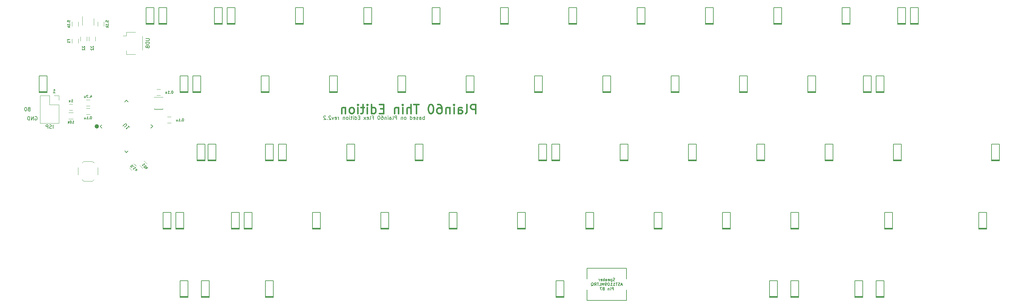
<source format=gbr>
G04 #@! TF.GenerationSoftware,KiCad,Pcbnew,(5.99.0-10216-g675444a646)*
G04 #@! TF.CreationDate,2021-04-25T23:19:06+08:00*
G04 #@! TF.ProjectId,plain60-flex-edition,706c6169-6e36-4302-9d66-6c65782d6564,rev?*
G04 #@! TF.SameCoordinates,Original*
G04 #@! TF.FileFunction,Legend,Bot*
G04 #@! TF.FilePolarity,Positive*
%FSLAX46Y46*%
G04 Gerber Fmt 4.6, Leading zero omitted, Abs format (unit mm)*
G04 Created by KiCad (PCBNEW (5.99.0-10216-g675444a646)) date 2021-04-25 23:19:06*
%MOMM*%
%LPD*%
G01*
G04 APERTURE LIST*
%ADD10C,0.400000*%
%ADD11C,0.150000*%
%ADD12C,0.120000*%
G04 APERTURE END LIST*
D10*
X127137056Y-38040358D02*
X127137056Y-35540358D01*
X126184675Y-35540358D01*
X125946580Y-35659406D01*
X125827533Y-35778453D01*
X125708485Y-36016548D01*
X125708485Y-36373691D01*
X125827533Y-36611786D01*
X125946580Y-36730834D01*
X126184675Y-36849882D01*
X127137056Y-36849882D01*
X124279914Y-38040358D02*
X124518009Y-37921310D01*
X124637056Y-37683215D01*
X124637056Y-35540358D01*
X122256104Y-38040358D02*
X122256104Y-36730834D01*
X122375152Y-36492739D01*
X122613247Y-36373691D01*
X123089437Y-36373691D01*
X123327533Y-36492739D01*
X122256104Y-37921310D02*
X122494199Y-38040358D01*
X123089437Y-38040358D01*
X123327533Y-37921310D01*
X123446580Y-37683215D01*
X123446580Y-37445120D01*
X123327533Y-37207025D01*
X123089437Y-37087977D01*
X122494199Y-37087977D01*
X122256104Y-36968929D01*
X121065628Y-38040358D02*
X121065628Y-36373691D01*
X121065628Y-35540358D02*
X121184675Y-35659406D01*
X121065628Y-35778453D01*
X120946580Y-35659406D01*
X121065628Y-35540358D01*
X121065628Y-35778453D01*
X119875152Y-36373691D02*
X119875152Y-38040358D01*
X119875152Y-36611786D02*
X119756104Y-36492739D01*
X119518009Y-36373691D01*
X119160866Y-36373691D01*
X118922771Y-36492739D01*
X118803723Y-36730834D01*
X118803723Y-38040358D01*
X116541818Y-35540358D02*
X117018009Y-35540358D01*
X117256104Y-35659406D01*
X117375152Y-35778453D01*
X117613247Y-36135596D01*
X117732295Y-36611786D01*
X117732295Y-37564167D01*
X117613247Y-37802263D01*
X117494199Y-37921310D01*
X117256104Y-38040358D01*
X116779914Y-38040358D01*
X116541818Y-37921310D01*
X116422771Y-37802263D01*
X116303723Y-37564167D01*
X116303723Y-36968929D01*
X116422771Y-36730834D01*
X116541818Y-36611786D01*
X116779914Y-36492739D01*
X117256104Y-36492739D01*
X117494199Y-36611786D01*
X117613247Y-36730834D01*
X117732295Y-36968929D01*
X114756104Y-35540358D02*
X114518009Y-35540358D01*
X114279914Y-35659406D01*
X114160866Y-35778453D01*
X114041818Y-36016548D01*
X113922771Y-36492739D01*
X113922771Y-37087977D01*
X114041818Y-37564167D01*
X114160866Y-37802263D01*
X114279914Y-37921310D01*
X114518009Y-38040358D01*
X114756104Y-38040358D01*
X114994199Y-37921310D01*
X115113247Y-37802263D01*
X115232295Y-37564167D01*
X115351342Y-37087977D01*
X115351342Y-36492739D01*
X115232295Y-36016548D01*
X115113247Y-35778453D01*
X114994199Y-35659406D01*
X114756104Y-35540358D01*
X111303723Y-35540358D02*
X109875152Y-35540358D01*
X110589437Y-38040358D02*
X110589437Y-35540358D01*
X109041818Y-38040358D02*
X109041818Y-35540358D01*
X107970390Y-38040358D02*
X107970390Y-36730834D01*
X108089437Y-36492739D01*
X108327533Y-36373691D01*
X108684675Y-36373691D01*
X108922771Y-36492739D01*
X109041818Y-36611786D01*
X106779914Y-38040358D02*
X106779914Y-36373691D01*
X106779914Y-35540358D02*
X106898961Y-35659406D01*
X106779914Y-35778453D01*
X106660866Y-35659406D01*
X106779914Y-35540358D01*
X106779914Y-35778453D01*
X105589437Y-36373691D02*
X105589437Y-38040358D01*
X105589437Y-36611786D02*
X105470390Y-36492739D01*
X105232295Y-36373691D01*
X104875152Y-36373691D01*
X104637056Y-36492739D01*
X104518009Y-36730834D01*
X104518009Y-38040358D01*
X101422771Y-36730834D02*
X100589437Y-36730834D01*
X100232295Y-38040358D02*
X101422771Y-38040358D01*
X101422771Y-35540358D01*
X100232295Y-35540358D01*
X98089437Y-38040358D02*
X98089437Y-35540358D01*
X98089437Y-37921310D02*
X98327533Y-38040358D01*
X98803723Y-38040358D01*
X99041818Y-37921310D01*
X99160866Y-37802263D01*
X99279914Y-37564167D01*
X99279914Y-36849882D01*
X99160866Y-36611786D01*
X99041818Y-36492739D01*
X98803723Y-36373691D01*
X98327533Y-36373691D01*
X98089437Y-36492739D01*
X96898961Y-38040358D02*
X96898961Y-36373691D01*
X96898961Y-35540358D02*
X97018009Y-35659406D01*
X96898961Y-35778453D01*
X96779914Y-35659406D01*
X96898961Y-35540358D01*
X96898961Y-35778453D01*
X96065628Y-36373691D02*
X95113247Y-36373691D01*
X95708485Y-35540358D02*
X95708485Y-37683215D01*
X95589437Y-37921310D01*
X95351342Y-38040358D01*
X95113247Y-38040358D01*
X94279914Y-38040358D02*
X94279914Y-36373691D01*
X94279914Y-35540358D02*
X94398961Y-35659406D01*
X94279914Y-35778453D01*
X94160866Y-35659406D01*
X94279914Y-35540358D01*
X94279914Y-35778453D01*
X92732295Y-38040358D02*
X92970390Y-37921310D01*
X93089437Y-37802263D01*
X93208485Y-37564167D01*
X93208485Y-36849882D01*
X93089437Y-36611786D01*
X92970390Y-36492739D01*
X92732295Y-36373691D01*
X92375152Y-36373691D01*
X92137056Y-36492739D01*
X92018009Y-36611786D01*
X91898961Y-36849882D01*
X91898961Y-37564167D01*
X92018009Y-37802263D01*
X92137056Y-37921310D01*
X92375152Y-38040358D01*
X92732295Y-38040358D01*
X90827533Y-36373691D02*
X90827533Y-38040358D01*
X90827533Y-36611786D02*
X90708485Y-36492739D01*
X90470390Y-36373691D01*
X90113247Y-36373691D01*
X89875152Y-36492739D01*
X89756104Y-36730834D01*
X89756104Y-38040358D01*
D11*
X112845767Y-39743038D02*
X112845767Y-38743038D01*
X112845767Y-39123991D02*
X112750529Y-39076372D01*
X112560053Y-39076372D01*
X112464815Y-39123991D01*
X112417196Y-39171610D01*
X112369577Y-39266848D01*
X112369577Y-39552562D01*
X112417196Y-39647800D01*
X112464815Y-39695419D01*
X112560053Y-39743038D01*
X112750529Y-39743038D01*
X112845767Y-39695419D01*
X111512434Y-39743038D02*
X111512434Y-39219229D01*
X111560053Y-39123991D01*
X111655291Y-39076372D01*
X111845767Y-39076372D01*
X111941005Y-39123991D01*
X111512434Y-39695419D02*
X111607672Y-39743038D01*
X111845767Y-39743038D01*
X111941005Y-39695419D01*
X111988624Y-39600181D01*
X111988624Y-39504943D01*
X111941005Y-39409705D01*
X111845767Y-39362086D01*
X111607672Y-39362086D01*
X111512434Y-39314467D01*
X111083862Y-39695419D02*
X110988624Y-39743038D01*
X110798148Y-39743038D01*
X110702910Y-39695419D01*
X110655291Y-39600181D01*
X110655291Y-39552562D01*
X110702910Y-39457324D01*
X110798148Y-39409705D01*
X110941005Y-39409705D01*
X111036243Y-39362086D01*
X111083862Y-39266848D01*
X111083862Y-39219229D01*
X111036243Y-39123991D01*
X110941005Y-39076372D01*
X110798148Y-39076372D01*
X110702910Y-39123991D01*
X109845767Y-39695419D02*
X109941005Y-39743038D01*
X110131481Y-39743038D01*
X110226719Y-39695419D01*
X110274338Y-39600181D01*
X110274338Y-39219229D01*
X110226719Y-39123991D01*
X110131481Y-39076372D01*
X109941005Y-39076372D01*
X109845767Y-39123991D01*
X109798148Y-39219229D01*
X109798148Y-39314467D01*
X110274338Y-39409705D01*
X108941005Y-39743038D02*
X108941005Y-38743038D01*
X108941005Y-39695419D02*
X109036243Y-39743038D01*
X109226719Y-39743038D01*
X109321958Y-39695419D01*
X109369577Y-39647800D01*
X109417196Y-39552562D01*
X109417196Y-39266848D01*
X109369577Y-39171610D01*
X109321958Y-39123991D01*
X109226719Y-39076372D01*
X109036243Y-39076372D01*
X108941005Y-39123991D01*
X107560053Y-39743038D02*
X107655291Y-39695419D01*
X107702910Y-39647800D01*
X107750529Y-39552562D01*
X107750529Y-39266848D01*
X107702910Y-39171610D01*
X107655291Y-39123991D01*
X107560053Y-39076372D01*
X107417196Y-39076372D01*
X107321958Y-39123991D01*
X107274338Y-39171610D01*
X107226719Y-39266848D01*
X107226719Y-39552562D01*
X107274338Y-39647800D01*
X107321958Y-39695419D01*
X107417196Y-39743038D01*
X107560053Y-39743038D01*
X106798148Y-39076372D02*
X106798148Y-39743038D01*
X106798148Y-39171610D02*
X106750529Y-39123991D01*
X106655291Y-39076372D01*
X106512434Y-39076372D01*
X106417196Y-39123991D01*
X106369577Y-39219229D01*
X106369577Y-39743038D01*
X105131481Y-39743038D02*
X105131481Y-38743038D01*
X104750529Y-38743038D01*
X104655291Y-38790658D01*
X104607672Y-38838277D01*
X104560053Y-38933515D01*
X104560053Y-39076372D01*
X104607672Y-39171610D01*
X104655291Y-39219229D01*
X104750529Y-39266848D01*
X105131481Y-39266848D01*
X103988624Y-39743038D02*
X104083862Y-39695419D01*
X104131481Y-39600181D01*
X104131481Y-38743038D01*
X103179100Y-39743038D02*
X103179100Y-39219229D01*
X103226719Y-39123991D01*
X103321958Y-39076372D01*
X103512434Y-39076372D01*
X103607672Y-39123991D01*
X103179100Y-39695419D02*
X103274338Y-39743038D01*
X103512434Y-39743038D01*
X103607672Y-39695419D01*
X103655291Y-39600181D01*
X103655291Y-39504943D01*
X103607672Y-39409705D01*
X103512434Y-39362086D01*
X103274338Y-39362086D01*
X103179100Y-39314467D01*
X102702910Y-39743038D02*
X102702910Y-39076372D01*
X102702910Y-38743038D02*
X102750529Y-38790658D01*
X102702910Y-38838277D01*
X102655291Y-38790658D01*
X102702910Y-38743038D01*
X102702910Y-38838277D01*
X102226719Y-39076372D02*
X102226719Y-39743038D01*
X102226719Y-39171610D02*
X102179100Y-39123991D01*
X102083862Y-39076372D01*
X101941005Y-39076372D01*
X101845767Y-39123991D01*
X101798148Y-39219229D01*
X101798148Y-39743038D01*
X100893386Y-38743038D02*
X101083862Y-38743038D01*
X101179100Y-38790658D01*
X101226719Y-38838277D01*
X101321958Y-38981134D01*
X101369577Y-39171610D01*
X101369577Y-39552562D01*
X101321958Y-39647800D01*
X101274338Y-39695419D01*
X101179100Y-39743038D01*
X100988624Y-39743038D01*
X100893386Y-39695419D01*
X100845767Y-39647800D01*
X100798148Y-39552562D01*
X100798148Y-39314467D01*
X100845767Y-39219229D01*
X100893386Y-39171610D01*
X100988624Y-39123991D01*
X101179100Y-39123991D01*
X101274338Y-39171610D01*
X101321958Y-39219229D01*
X101369577Y-39314467D01*
X100179100Y-38743038D02*
X100083862Y-38743038D01*
X99988624Y-38790658D01*
X99941005Y-38838277D01*
X99893386Y-38933515D01*
X99845767Y-39123991D01*
X99845767Y-39362086D01*
X99893386Y-39552562D01*
X99941005Y-39647800D01*
X99988624Y-39695419D01*
X100083862Y-39743038D01*
X100179100Y-39743038D01*
X100274338Y-39695419D01*
X100321958Y-39647800D01*
X100369577Y-39552562D01*
X100417196Y-39362086D01*
X100417196Y-39123991D01*
X100369577Y-38933515D01*
X100321958Y-38838277D01*
X100274338Y-38790658D01*
X100179100Y-38743038D01*
X98321958Y-39219229D02*
X98655291Y-39219229D01*
X98655291Y-39743038D02*
X98655291Y-38743038D01*
X98179100Y-38743038D01*
X97655291Y-39743038D02*
X97750529Y-39695419D01*
X97798148Y-39600181D01*
X97798148Y-38743038D01*
X96893386Y-39695419D02*
X96988624Y-39743038D01*
X97179100Y-39743038D01*
X97274338Y-39695419D01*
X97321958Y-39600181D01*
X97321958Y-39219229D01*
X97274338Y-39123991D01*
X97179100Y-39076372D01*
X96988624Y-39076372D01*
X96893386Y-39123991D01*
X96845767Y-39219229D01*
X96845767Y-39314467D01*
X97321958Y-39409705D01*
X96512434Y-39743038D02*
X95988624Y-39076372D01*
X96512434Y-39076372D02*
X95988624Y-39743038D01*
X94845767Y-39219229D02*
X94512434Y-39219229D01*
X94369577Y-39743038D02*
X94845767Y-39743038D01*
X94845767Y-38743038D01*
X94369577Y-38743038D01*
X93512434Y-39743038D02*
X93512434Y-38743038D01*
X93512434Y-39695419D02*
X93607672Y-39743038D01*
X93798148Y-39743038D01*
X93893386Y-39695419D01*
X93941005Y-39647800D01*
X93988624Y-39552562D01*
X93988624Y-39266848D01*
X93941005Y-39171610D01*
X93893386Y-39123991D01*
X93798148Y-39076372D01*
X93607672Y-39076372D01*
X93512434Y-39123991D01*
X93036243Y-39743038D02*
X93036243Y-39076372D01*
X93036243Y-38743038D02*
X93083862Y-38790658D01*
X93036243Y-38838277D01*
X92988624Y-38790658D01*
X93036243Y-38743038D01*
X93036243Y-38838277D01*
X92702910Y-39076372D02*
X92321958Y-39076372D01*
X92560053Y-38743038D02*
X92560053Y-39600181D01*
X92512434Y-39695419D01*
X92417196Y-39743038D01*
X92321958Y-39743038D01*
X91988624Y-39743038D02*
X91988624Y-39076372D01*
X91988624Y-38743038D02*
X92036243Y-38790658D01*
X91988624Y-38838277D01*
X91941005Y-38790658D01*
X91988624Y-38743038D01*
X91988624Y-38838277D01*
X91369577Y-39743038D02*
X91464815Y-39695419D01*
X91512434Y-39647800D01*
X91560053Y-39552562D01*
X91560053Y-39266848D01*
X91512434Y-39171610D01*
X91464815Y-39123991D01*
X91369577Y-39076372D01*
X91226719Y-39076372D01*
X91131481Y-39123991D01*
X91083862Y-39171610D01*
X91036243Y-39266848D01*
X91036243Y-39552562D01*
X91083862Y-39647800D01*
X91131481Y-39695419D01*
X91226719Y-39743038D01*
X91369577Y-39743038D01*
X90607672Y-39076372D02*
X90607672Y-39743038D01*
X90607672Y-39171610D02*
X90560053Y-39123991D01*
X90464815Y-39076372D01*
X90321958Y-39076372D01*
X90226719Y-39123991D01*
X90179100Y-39219229D01*
X90179100Y-39743038D01*
X88941005Y-39743038D02*
X88941005Y-39076372D01*
X88941005Y-39266848D02*
X88893386Y-39171610D01*
X88845767Y-39123991D01*
X88750529Y-39076372D01*
X88655291Y-39076372D01*
X87941005Y-39695419D02*
X88036243Y-39743038D01*
X88226719Y-39743038D01*
X88321958Y-39695419D01*
X88369577Y-39600181D01*
X88369577Y-39219229D01*
X88321958Y-39123991D01*
X88226719Y-39076372D01*
X88036243Y-39076372D01*
X87941005Y-39123991D01*
X87893386Y-39219229D01*
X87893386Y-39314467D01*
X88369577Y-39409705D01*
X87560053Y-39076372D02*
X87321958Y-39743038D01*
X87083862Y-39076372D01*
X86750529Y-38838277D02*
X86702910Y-38790658D01*
X86607672Y-38743038D01*
X86369577Y-38743038D01*
X86274338Y-38790658D01*
X86226719Y-38838277D01*
X86179100Y-38933515D01*
X86179100Y-39028753D01*
X86226719Y-39171610D01*
X86798148Y-39743038D01*
X86179100Y-39743038D01*
X85750529Y-39647800D02*
X85702910Y-39695419D01*
X85750529Y-39743038D01*
X85798148Y-39695419D01*
X85750529Y-39647800D01*
X85750529Y-39743038D01*
X85321958Y-38838277D02*
X85274338Y-38790658D01*
X85179100Y-38743038D01*
X84941005Y-38743038D01*
X84845767Y-38790658D01*
X84798148Y-38838277D01*
X84750529Y-38933515D01*
X84750529Y-39028753D01*
X84798148Y-39171610D01*
X85369577Y-39743038D01*
X84750529Y-39743038D01*
X35171160Y-17168988D02*
X35980684Y-17168988D01*
X36075922Y-17216607D01*
X36123541Y-17264226D01*
X36171160Y-17359464D01*
X36171160Y-17549941D01*
X36123541Y-17645179D01*
X36075922Y-17692798D01*
X35980684Y-17740417D01*
X35171160Y-17740417D01*
X36171160Y-18216607D02*
X35171160Y-18216607D01*
X35171160Y-18454703D01*
X35218780Y-18597560D01*
X35314018Y-18692798D01*
X35409256Y-18740417D01*
X35599732Y-18788036D01*
X35742589Y-18788036D01*
X35933065Y-18740417D01*
X36028303Y-18692798D01*
X36123541Y-18597560D01*
X36171160Y-18454703D01*
X36171160Y-18216607D01*
X35647351Y-19549941D02*
X35694970Y-19692798D01*
X35742589Y-19740417D01*
X35837827Y-19788036D01*
X35980684Y-19788036D01*
X36075922Y-19740417D01*
X36123541Y-19692798D01*
X36171160Y-19597560D01*
X36171160Y-19216607D01*
X35171160Y-19216607D01*
X35171160Y-19549941D01*
X35218780Y-19645179D01*
X35266399Y-19692798D01*
X35361637Y-19740417D01*
X35456875Y-19740417D01*
X35552113Y-19692798D01*
X35599732Y-19645179D01*
X35647351Y-19549941D01*
X35647351Y-19216607D01*
X4299977Y-38949406D02*
X4395215Y-38901786D01*
X4538072Y-38901786D01*
X4680929Y-38949406D01*
X4776167Y-39044644D01*
X4823786Y-39139882D01*
X4871405Y-39330358D01*
X4871405Y-39473215D01*
X4823786Y-39663691D01*
X4776167Y-39758929D01*
X4680929Y-39854167D01*
X4538072Y-39901786D01*
X4442834Y-39901786D01*
X4299977Y-39854167D01*
X4252358Y-39806548D01*
X4252358Y-39473215D01*
X4442834Y-39473215D01*
X3823786Y-39901786D02*
X3823786Y-38901786D01*
X3252358Y-39901786D01*
X3252358Y-38901786D01*
X2776167Y-39901786D02*
X2776167Y-38901786D01*
X2538072Y-38901786D01*
X2395215Y-38949406D01*
X2299977Y-39044644D01*
X2252358Y-39139882D01*
X2204739Y-39330358D01*
X2204739Y-39473215D01*
X2252358Y-39663691D01*
X2299977Y-39758929D01*
X2395215Y-39854167D01*
X2538072Y-39901786D01*
X2776167Y-39901786D01*
X165920598Y-84760881D02*
X165806313Y-84798976D01*
X165615836Y-84798976D01*
X165539646Y-84760881D01*
X165501551Y-84722786D01*
X165463455Y-84646595D01*
X165463455Y-84570405D01*
X165501551Y-84494214D01*
X165539646Y-84456119D01*
X165615836Y-84418024D01*
X165768217Y-84379929D01*
X165844408Y-84341833D01*
X165882503Y-84303738D01*
X165920598Y-84227548D01*
X165920598Y-84151357D01*
X165882503Y-84075167D01*
X165844408Y-84037072D01*
X165768217Y-83998976D01*
X165577741Y-83998976D01*
X165463455Y-84037072D01*
X165120598Y-84265643D02*
X165120598Y-85065643D01*
X165120598Y-84303738D02*
X165044408Y-84265643D01*
X164892027Y-84265643D01*
X164815836Y-84303738D01*
X164777741Y-84341833D01*
X164739646Y-84418024D01*
X164739646Y-84646595D01*
X164777741Y-84722786D01*
X164815836Y-84760881D01*
X164892027Y-84798976D01*
X165044408Y-84798976D01*
X165120598Y-84760881D01*
X164092027Y-84760881D02*
X164168217Y-84798976D01*
X164320598Y-84798976D01*
X164396789Y-84760881D01*
X164434884Y-84684691D01*
X164434884Y-84379929D01*
X164396789Y-84303738D01*
X164320598Y-84265643D01*
X164168217Y-84265643D01*
X164092027Y-84303738D01*
X164053932Y-84379929D01*
X164053932Y-84456119D01*
X164434884Y-84532310D01*
X163368217Y-84798976D02*
X163368217Y-84379929D01*
X163406313Y-84303738D01*
X163482503Y-84265643D01*
X163634884Y-84265643D01*
X163711074Y-84303738D01*
X163368217Y-84760881D02*
X163444408Y-84798976D01*
X163634884Y-84798976D01*
X163711074Y-84760881D01*
X163749170Y-84684691D01*
X163749170Y-84608500D01*
X163711074Y-84532310D01*
X163634884Y-84494214D01*
X163444408Y-84494214D01*
X163368217Y-84456119D01*
X162987265Y-84798976D02*
X162987265Y-83998976D01*
X162911074Y-84494214D02*
X162682503Y-84798976D01*
X162682503Y-84265643D02*
X162987265Y-84570405D01*
X162034884Y-84760881D02*
X162111074Y-84798976D01*
X162263455Y-84798976D01*
X162339646Y-84760881D01*
X162377741Y-84684691D01*
X162377741Y-84379929D01*
X162339646Y-84303738D01*
X162263455Y-84265643D01*
X162111074Y-84265643D01*
X162034884Y-84303738D01*
X161996789Y-84379929D01*
X161996789Y-84456119D01*
X162377741Y-84532310D01*
X161653932Y-84798976D02*
X161653932Y-84265643D01*
X161653932Y-84418024D02*
X161615836Y-84341833D01*
X161577741Y-84303738D01*
X161501551Y-84265643D01*
X161425360Y-84265643D01*
X168015836Y-85858405D02*
X167634884Y-85858405D01*
X168092027Y-86086976D02*
X167825360Y-85286976D01*
X167558694Y-86086976D01*
X167330122Y-86048881D02*
X167215836Y-86086976D01*
X167025360Y-86086976D01*
X166949170Y-86048881D01*
X166911075Y-86010786D01*
X166872979Y-85934595D01*
X166872979Y-85858405D01*
X166911075Y-85782214D01*
X166949170Y-85744119D01*
X167025360Y-85706024D01*
X167177741Y-85667929D01*
X167253932Y-85629833D01*
X167292027Y-85591738D01*
X167330122Y-85515548D01*
X167330122Y-85439357D01*
X167292027Y-85363167D01*
X167253932Y-85325072D01*
X167177741Y-85286976D01*
X166987265Y-85286976D01*
X166872979Y-85325072D01*
X166644408Y-85286976D02*
X166187265Y-85286976D01*
X166415836Y-86086976D02*
X166415836Y-85286976D01*
X165501551Y-86086976D02*
X165958694Y-86086976D01*
X165730122Y-86086976D02*
X165730122Y-85286976D01*
X165806313Y-85401262D01*
X165882503Y-85477452D01*
X165958694Y-85515548D01*
X164739646Y-86086976D02*
X165196789Y-86086976D01*
X164968217Y-86086976D02*
X164968217Y-85286976D01*
X165044408Y-85401262D01*
X165120598Y-85477452D01*
X165196789Y-85515548D01*
X164244408Y-85286976D02*
X164168217Y-85286976D01*
X164092027Y-85325072D01*
X164053932Y-85363167D01*
X164015836Y-85439357D01*
X163977741Y-85591738D01*
X163977741Y-85782214D01*
X164015836Y-85934595D01*
X164053932Y-86010786D01*
X164092027Y-86048881D01*
X164168217Y-86086976D01*
X164244408Y-86086976D01*
X164320598Y-86048881D01*
X164358694Y-86010786D01*
X164396789Y-85934595D01*
X164434884Y-85782214D01*
X164434884Y-85591738D01*
X164396789Y-85439357D01*
X164358694Y-85363167D01*
X164320598Y-85325072D01*
X164244408Y-85286976D01*
X163596789Y-86086976D02*
X163444408Y-86086976D01*
X163368217Y-86048881D01*
X163330122Y-86010786D01*
X163253932Y-85896500D01*
X163215836Y-85744119D01*
X163215836Y-85439357D01*
X163253932Y-85363167D01*
X163292027Y-85325072D01*
X163368217Y-85286976D01*
X163520598Y-85286976D01*
X163596789Y-85325072D01*
X163634884Y-85363167D01*
X163672979Y-85439357D01*
X163672979Y-85629833D01*
X163634884Y-85706024D01*
X163596789Y-85744119D01*
X163520598Y-85782214D01*
X163368217Y-85782214D01*
X163292027Y-85744119D01*
X163253932Y-85706024D01*
X163215836Y-85629833D01*
X162872979Y-86086976D02*
X162872979Y-85286976D01*
X162606313Y-85858405D01*
X162339646Y-85286976D01*
X162339646Y-86086976D01*
X161577741Y-86086976D02*
X161958694Y-86086976D01*
X161958694Y-85286976D01*
X161425360Y-85286976D02*
X160968217Y-85286976D01*
X161196789Y-86086976D02*
X161196789Y-85286976D01*
X160244408Y-86086976D02*
X160511075Y-85706024D01*
X160701551Y-86086976D02*
X160701551Y-85286976D01*
X160396789Y-85286976D01*
X160320598Y-85325072D01*
X160282503Y-85363167D01*
X160244408Y-85439357D01*
X160244408Y-85553643D01*
X160282503Y-85629833D01*
X160320598Y-85667929D01*
X160396789Y-85706024D01*
X160701551Y-85706024D01*
X159368217Y-86163167D02*
X159444408Y-86125072D01*
X159520598Y-86048881D01*
X159634884Y-85934595D01*
X159711075Y-85896500D01*
X159787265Y-85896500D01*
X159749170Y-86086976D02*
X159825360Y-86048881D01*
X159901551Y-85972691D01*
X159939646Y-85820310D01*
X159939646Y-85553643D01*
X159901551Y-85401262D01*
X159825360Y-85325072D01*
X159749170Y-85286976D01*
X159596789Y-85286976D01*
X159520598Y-85325072D01*
X159444408Y-85401262D01*
X159406313Y-85553643D01*
X159406313Y-85820310D01*
X159444408Y-85972691D01*
X159520598Y-86048881D01*
X159596789Y-86086976D01*
X159749170Y-86086976D01*
X165558694Y-87374976D02*
X165558694Y-86574976D01*
X165253932Y-86574976D01*
X165177741Y-86613072D01*
X165139646Y-86651167D01*
X165101551Y-86727357D01*
X165101551Y-86841643D01*
X165139646Y-86917833D01*
X165177741Y-86955929D01*
X165253932Y-86994024D01*
X165558694Y-86994024D01*
X164758694Y-87374976D02*
X164758694Y-86841643D01*
X164758694Y-86574976D02*
X164796789Y-86613072D01*
X164758694Y-86651167D01*
X164720598Y-86613072D01*
X164758694Y-86574976D01*
X164758694Y-86651167D01*
X164377741Y-86841643D02*
X164377741Y-87374976D01*
X164377741Y-86917833D02*
X164339646Y-86879738D01*
X164263455Y-86841643D01*
X164149170Y-86841643D01*
X164072979Y-86879738D01*
X164034884Y-86955929D01*
X164034884Y-87374976D01*
X162777741Y-86955929D02*
X162663455Y-86994024D01*
X162625360Y-87032119D01*
X162587265Y-87108310D01*
X162587265Y-87222595D01*
X162625360Y-87298786D01*
X162663455Y-87336881D01*
X162739646Y-87374976D01*
X163044408Y-87374976D01*
X163044408Y-86574976D01*
X162777741Y-86574976D01*
X162701551Y-86613072D01*
X162663455Y-86651167D01*
X162625360Y-86727357D01*
X162625360Y-86803548D01*
X162663455Y-86879738D01*
X162701551Y-86917833D01*
X162777741Y-86955929D01*
X163044408Y-86955929D01*
X162320598Y-86574976D02*
X161787265Y-86574976D01*
X162130122Y-87374976D01*
X28839676Y-41520387D02*
X29412096Y-40947967D01*
X29513111Y-40914295D01*
X29580455Y-40914295D01*
X29681470Y-40947967D01*
X29816157Y-41082654D01*
X29849829Y-41183669D01*
X29849829Y-41251013D01*
X29816157Y-41352028D01*
X29243737Y-41924448D01*
X30657951Y-41924448D02*
X30253890Y-41520387D01*
X30455920Y-41722417D02*
X29748814Y-42429524D01*
X29782485Y-42261165D01*
X29782485Y-42126478D01*
X29748814Y-42025463D01*
X34907374Y-52318930D02*
X34624532Y-52036087D01*
X34765953Y-52177509D02*
X34270978Y-52672484D01*
X34294549Y-52554632D01*
X34294549Y-52460352D01*
X34270978Y-52389641D01*
X34718813Y-53120318D02*
X34765953Y-53167458D01*
X34836664Y-53191029D01*
X34883804Y-53191029D01*
X34954515Y-53167458D01*
X35072366Y-53096748D01*
X35190217Y-52978897D01*
X35260928Y-52861045D01*
X35284498Y-52790335D01*
X35284498Y-52743194D01*
X35260928Y-52672484D01*
X35213787Y-52625343D01*
X35143077Y-52601773D01*
X35095936Y-52601773D01*
X35025226Y-52625343D01*
X34907374Y-52696054D01*
X34789523Y-52813905D01*
X34718813Y-52931756D01*
X34695242Y-53002467D01*
X34695242Y-53049607D01*
X34718813Y-53120318D01*
X35590911Y-53002467D02*
X35095936Y-53497441D01*
X35449490Y-53238169D02*
X35779473Y-53191029D01*
X35449490Y-53521012D02*
X35449490Y-53143888D01*
X2585453Y-36837977D02*
X2442596Y-36885596D01*
X2394977Y-36933215D01*
X2347358Y-37028453D01*
X2347358Y-37171310D01*
X2394977Y-37266548D01*
X2442596Y-37314167D01*
X2537834Y-37361786D01*
X2918786Y-37361786D01*
X2918786Y-36361786D01*
X2585453Y-36361786D01*
X2490215Y-36409406D01*
X2442596Y-36457025D01*
X2394977Y-36552263D01*
X2394977Y-36647501D01*
X2442596Y-36742739D01*
X2490215Y-36790358D01*
X2585453Y-36837977D01*
X2918786Y-36837977D01*
X1728310Y-36361786D02*
X1633072Y-36361786D01*
X1537834Y-36409406D01*
X1490215Y-36457025D01*
X1442596Y-36552263D01*
X1394977Y-36742739D01*
X1394977Y-36980834D01*
X1442596Y-37171310D01*
X1490215Y-37266548D01*
X1537834Y-37314167D01*
X1633072Y-37361786D01*
X1728310Y-37361786D01*
X1823548Y-37314167D01*
X1871167Y-37266548D01*
X1918786Y-37171310D01*
X1966405Y-36980834D01*
X1966405Y-36742739D01*
X1918786Y-36552263D01*
X1871167Y-36457025D01*
X1823548Y-36409406D01*
X1728310Y-36361786D01*
X17542723Y-19280849D02*
X17509390Y-19314182D01*
X17476056Y-19380849D01*
X17476056Y-19547516D01*
X17509390Y-19614182D01*
X17542723Y-19647516D01*
X17609390Y-19680849D01*
X17676056Y-19680849D01*
X17776056Y-19647516D01*
X18176056Y-19247516D01*
X18176056Y-19680849D01*
X17542723Y-19947516D02*
X17509390Y-19980849D01*
X17476056Y-20047516D01*
X17476056Y-20214182D01*
X17509390Y-20280849D01*
X17542723Y-20314182D01*
X17609390Y-20347516D01*
X17676056Y-20347516D01*
X17776056Y-20314182D01*
X18176056Y-19914182D01*
X18176056Y-20347516D01*
X42578784Y-31763568D02*
X42512117Y-31763568D01*
X42445450Y-31796902D01*
X42412117Y-31830235D01*
X42378784Y-31896902D01*
X42345450Y-32030235D01*
X42345450Y-32196902D01*
X42378784Y-32330235D01*
X42412117Y-32396902D01*
X42445450Y-32430235D01*
X42512117Y-32463568D01*
X42578784Y-32463568D01*
X42645450Y-32430235D01*
X42678784Y-32396902D01*
X42712117Y-32330235D01*
X42745450Y-32196902D01*
X42745450Y-32030235D01*
X42712117Y-31896902D01*
X42678784Y-31830235D01*
X42645450Y-31796902D01*
X42578784Y-31763568D01*
X42045450Y-32396902D02*
X42012117Y-32430235D01*
X42045450Y-32463568D01*
X42078784Y-32430235D01*
X42045450Y-32396902D01*
X42045450Y-32463568D01*
X41345450Y-32463568D02*
X41745450Y-32463568D01*
X41545450Y-32463568D02*
X41545450Y-31763568D01*
X41612117Y-31863568D01*
X41678784Y-31930235D01*
X41745450Y-31963568D01*
X40745450Y-31996902D02*
X40745450Y-32463568D01*
X41045450Y-31996902D02*
X41045450Y-32363568D01*
X41012117Y-32430235D01*
X40945450Y-32463568D01*
X40845450Y-32463568D01*
X40778784Y-32430235D01*
X40745450Y-32396902D01*
X19900016Y-38907324D02*
X19833349Y-38907324D01*
X19766682Y-38940658D01*
X19733349Y-38973991D01*
X19700016Y-39040658D01*
X19666682Y-39173991D01*
X19666682Y-39340658D01*
X19700016Y-39473991D01*
X19733349Y-39540658D01*
X19766682Y-39573991D01*
X19833349Y-39607324D01*
X19900016Y-39607324D01*
X19966682Y-39573991D01*
X20000016Y-39540658D01*
X20033349Y-39473991D01*
X20066682Y-39340658D01*
X20066682Y-39173991D01*
X20033349Y-39040658D01*
X20000016Y-38973991D01*
X19966682Y-38940658D01*
X19900016Y-38907324D01*
X19366682Y-39540658D02*
X19333349Y-39573991D01*
X19366682Y-39607324D01*
X19400016Y-39573991D01*
X19366682Y-39540658D01*
X19366682Y-39607324D01*
X18666682Y-39607324D02*
X19066682Y-39607324D01*
X18866682Y-39607324D02*
X18866682Y-38907324D01*
X18933349Y-39007324D01*
X19000016Y-39073991D01*
X19066682Y-39107324D01*
X18066682Y-39140658D02*
X18066682Y-39607324D01*
X18366682Y-39140658D02*
X18366682Y-39507324D01*
X18333349Y-39573991D01*
X18266682Y-39607324D01*
X18166682Y-39607324D01*
X18100016Y-39573991D01*
X18066682Y-39540658D01*
X13642199Y-17626056D02*
X13642199Y-17392723D01*
X14008865Y-17392723D02*
X13308865Y-17392723D01*
X13308865Y-17726056D01*
X14008865Y-18359390D02*
X14008865Y-17959390D01*
X14008865Y-18159390D02*
X13308865Y-18159390D01*
X13408865Y-18092723D01*
X13475532Y-18026056D01*
X13508865Y-17959390D01*
X19923975Y-19280849D02*
X19890642Y-19314182D01*
X19857308Y-19380849D01*
X19857308Y-19547516D01*
X19890642Y-19614182D01*
X19923975Y-19647516D01*
X19990642Y-19680849D01*
X20057308Y-19680849D01*
X20157308Y-19647516D01*
X20557308Y-19247516D01*
X20557308Y-19680849D01*
X19923975Y-19947516D02*
X19890642Y-19980849D01*
X19857308Y-20047516D01*
X19857308Y-20214182D01*
X19890642Y-20280849D01*
X19923975Y-20314182D01*
X19990642Y-20347516D01*
X20057308Y-20347516D01*
X20157308Y-20314182D01*
X20557308Y-19914182D01*
X20557308Y-20347516D01*
X14404178Y-34844820D02*
X14804178Y-34844820D01*
X14604178Y-34844820D02*
X14604178Y-34144820D01*
X14670845Y-34244820D01*
X14737512Y-34311487D01*
X14804178Y-34344820D01*
X13804178Y-34378154D02*
X13804178Y-34844820D01*
X14104178Y-34378154D02*
X14104178Y-34744820D01*
X14070845Y-34811487D01*
X14004178Y-34844820D01*
X13904178Y-34844820D01*
X13837512Y-34811487D01*
X13804178Y-34778154D01*
X45555349Y-39502637D02*
X45488682Y-39502637D01*
X45422015Y-39535971D01*
X45388682Y-39569304D01*
X45355349Y-39635971D01*
X45322015Y-39769304D01*
X45322015Y-39935971D01*
X45355349Y-40069304D01*
X45388682Y-40135971D01*
X45422015Y-40169304D01*
X45488682Y-40202637D01*
X45555349Y-40202637D01*
X45622015Y-40169304D01*
X45655349Y-40135971D01*
X45688682Y-40069304D01*
X45722015Y-39935971D01*
X45722015Y-39769304D01*
X45688682Y-39635971D01*
X45655349Y-39569304D01*
X45622015Y-39535971D01*
X45555349Y-39502637D01*
X45022015Y-40135971D02*
X44988682Y-40169304D01*
X45022015Y-40202637D01*
X45055349Y-40169304D01*
X45022015Y-40135971D01*
X45022015Y-40202637D01*
X44322015Y-40202637D02*
X44722015Y-40202637D01*
X44522015Y-40202637D02*
X44522015Y-39502637D01*
X44588682Y-39602637D01*
X44655349Y-39669304D01*
X44722015Y-39702637D01*
X43722015Y-39735971D02*
X43722015Y-40202637D01*
X44022015Y-39735971D02*
X44022015Y-40102637D01*
X43988682Y-40169304D01*
X43922015Y-40202637D01*
X43822015Y-40202637D01*
X43755349Y-40169304D01*
X43722015Y-40135971D01*
X14704178Y-40797950D02*
X15104178Y-40797950D01*
X14904178Y-40797950D02*
X14904178Y-40097950D01*
X14970845Y-40197950D01*
X15037512Y-40264617D01*
X15104178Y-40297950D01*
X14270845Y-40097950D02*
X14204178Y-40097950D01*
X14137512Y-40131284D01*
X14104178Y-40164617D01*
X14070845Y-40231284D01*
X14037512Y-40364617D01*
X14037512Y-40531284D01*
X14070845Y-40664617D01*
X14104178Y-40731284D01*
X14137512Y-40764617D01*
X14204178Y-40797950D01*
X14270845Y-40797950D01*
X14337512Y-40764617D01*
X14370845Y-40731284D01*
X14404178Y-40664617D01*
X14437512Y-40531284D01*
X14437512Y-40364617D01*
X14404178Y-40231284D01*
X14370845Y-40164617D01*
X14337512Y-40131284D01*
X14270845Y-40097950D01*
X13737512Y-40797950D02*
X13737512Y-40097950D01*
X13670845Y-40531284D02*
X13470845Y-40797950D01*
X13470845Y-40331284D02*
X13737512Y-40597950D01*
X24024499Y-12480219D02*
X24024499Y-12146886D01*
X24357833Y-12113552D01*
X24324499Y-12146886D01*
X24291166Y-12213552D01*
X24291166Y-12380219D01*
X24324499Y-12446886D01*
X24357833Y-12480219D01*
X24424499Y-12513552D01*
X24591166Y-12513552D01*
X24657833Y-12480219D01*
X24691166Y-12446886D01*
X24724499Y-12380219D01*
X24724499Y-12213552D01*
X24691166Y-12146886D01*
X24657833Y-12113552D01*
X24657833Y-12813552D02*
X24691166Y-12846886D01*
X24724499Y-12813552D01*
X24691166Y-12780219D01*
X24657833Y-12813552D01*
X24724499Y-12813552D01*
X24724499Y-13513552D02*
X24724499Y-13113552D01*
X24724499Y-13313552D02*
X24024499Y-13313552D01*
X24124499Y-13246886D01*
X24191166Y-13180219D01*
X24224499Y-13113552D01*
X24724499Y-13813552D02*
X24024499Y-13813552D01*
X24457833Y-13880219D02*
X24724499Y-14080219D01*
X24257833Y-14080219D02*
X24524499Y-13813552D01*
X9310572Y-42231786D02*
X9310572Y-41231786D01*
X8882001Y-42184167D02*
X8739143Y-42231786D01*
X8501048Y-42231786D01*
X8405810Y-42184167D01*
X8358191Y-42136548D01*
X8310572Y-42041310D01*
X8310572Y-41946072D01*
X8358191Y-41850834D01*
X8405810Y-41803215D01*
X8501048Y-41755596D01*
X8691524Y-41707977D01*
X8786762Y-41660358D01*
X8834382Y-41612739D01*
X8882001Y-41517501D01*
X8882001Y-41422263D01*
X8834382Y-41327025D01*
X8786762Y-41279406D01*
X8691524Y-41231786D01*
X8453429Y-41231786D01*
X8310572Y-41279406D01*
X7882001Y-42231786D02*
X7882001Y-41231786D01*
X7501048Y-41231786D01*
X7405810Y-41279406D01*
X7358191Y-41327025D01*
X7310572Y-41422263D01*
X7310572Y-41565120D01*
X7358191Y-41660358D01*
X7405810Y-41707977D01*
X7501048Y-41755596D01*
X7882001Y-41755596D01*
X9318667Y-32281786D02*
X9890096Y-32281786D01*
X9604382Y-32281786D02*
X9604382Y-31281786D01*
X9699620Y-31424644D01*
X9794858Y-31519882D01*
X9890096Y-31567501D01*
X13308865Y-12480219D02*
X13308865Y-12146886D01*
X13642199Y-12113552D01*
X13608865Y-12146886D01*
X13575532Y-12213552D01*
X13575532Y-12380219D01*
X13608865Y-12446886D01*
X13642199Y-12480219D01*
X13708865Y-12513552D01*
X13875532Y-12513552D01*
X13942199Y-12480219D01*
X13975532Y-12446886D01*
X14008865Y-12380219D01*
X14008865Y-12213552D01*
X13975532Y-12146886D01*
X13942199Y-12113552D01*
X13942199Y-12813552D02*
X13975532Y-12846886D01*
X14008865Y-12813552D01*
X13975532Y-12780219D01*
X13942199Y-12813552D01*
X14008865Y-12813552D01*
X14008865Y-13513552D02*
X14008865Y-13113552D01*
X14008865Y-13313552D02*
X13308865Y-13313552D01*
X13408865Y-13246886D01*
X13475532Y-13180219D01*
X13508865Y-13113552D01*
X14008865Y-13813552D02*
X13308865Y-13813552D01*
X13742199Y-13880219D02*
X14008865Y-14080219D01*
X13542199Y-14080219D02*
X13808865Y-13813552D01*
X19733349Y-33187528D02*
X19733349Y-33654194D01*
X19900016Y-32920861D02*
X20066682Y-33420861D01*
X19633349Y-33420861D01*
X19366682Y-33587528D02*
X19333349Y-33620861D01*
X19366682Y-33654194D01*
X19400016Y-33620861D01*
X19366682Y-33587528D01*
X19366682Y-33654194D01*
X19100016Y-32954194D02*
X18633349Y-32954194D01*
X18933349Y-33654194D01*
X18066682Y-33187528D02*
X18066682Y-33654194D01*
X18366682Y-33187528D02*
X18366682Y-33554194D01*
X18333349Y-33620861D01*
X18266682Y-33654194D01*
X18166682Y-33654194D01*
X18100016Y-33620861D01*
X18066682Y-33587528D01*
X30988000Y-52961384D02*
X31035141Y-53008524D01*
X31105852Y-53032094D01*
X31152992Y-53032094D01*
X31223703Y-53008524D01*
X31341554Y-52937813D01*
X31459405Y-52819962D01*
X31530116Y-52702111D01*
X31553686Y-52631400D01*
X31553686Y-52584260D01*
X31530116Y-52513549D01*
X31482975Y-52466409D01*
X31412264Y-52442839D01*
X31365124Y-52442839D01*
X31294413Y-52466409D01*
X31176562Y-52537120D01*
X31058711Y-52654971D01*
X30988000Y-52772822D01*
X30964430Y-52843532D01*
X30964430Y-52890673D01*
X30988000Y-52961384D01*
X31812958Y-52890673D02*
X31860099Y-52890673D01*
X31860099Y-52843532D01*
X31812958Y-52843532D01*
X31812958Y-52890673D01*
X31860099Y-52843532D01*
X32355074Y-53338507D02*
X32072231Y-53055665D01*
X32213652Y-53197086D02*
X31718677Y-53692061D01*
X31742248Y-53574210D01*
X31742248Y-53479929D01*
X31718677Y-53409218D01*
X32449354Y-54092754D02*
X32779338Y-53762771D01*
X32237222Y-53880622D02*
X32496495Y-53621350D01*
X32567206Y-53597780D01*
X32637916Y-53621350D01*
X32708627Y-53692061D01*
X32732197Y-53762771D01*
X32732197Y-53809912D01*
X238811139Y-89215698D02*
X238811139Y-89315698D01*
X238811139Y-89315698D02*
X241011139Y-89315698D01*
X238811139Y-89115698D02*
X241011139Y-89115698D01*
X241011139Y-84715698D02*
X238811139Y-84715698D01*
X241011139Y-89415698D02*
X238811139Y-89415698D01*
X241011139Y-89415698D02*
X241011139Y-89115698D01*
X238811139Y-88915698D02*
X238811139Y-89415698D01*
X241011139Y-89215698D02*
X238811139Y-89215698D01*
X238811139Y-89415698D02*
X241011139Y-89415698D01*
X241011139Y-89115698D02*
X241011139Y-89215698D01*
X241011139Y-89115698D02*
X241011139Y-84715698D01*
X241011139Y-89315698D02*
X241011139Y-89415698D01*
X238811139Y-89415698D02*
X238811139Y-88915698D01*
X238811139Y-84715698D02*
X238811139Y-89115698D01*
X214998619Y-89315698D02*
X217198619Y-89315698D01*
X217198619Y-89215698D02*
X214998619Y-89215698D01*
X214998619Y-89415698D02*
X214998619Y-88915698D01*
X217198619Y-89415698D02*
X214998619Y-89415698D01*
X217198619Y-89115698D02*
X217198619Y-89215698D01*
X217198619Y-89415698D02*
X217198619Y-89115698D01*
X217198619Y-84715698D02*
X214998619Y-84715698D01*
X214998619Y-84715698D02*
X214998619Y-89115698D01*
X214998619Y-89415698D02*
X217198619Y-89415698D01*
X214998619Y-88915698D02*
X214998619Y-89415698D01*
X214998619Y-89115698D02*
X217198619Y-89115698D01*
X214998619Y-89215698D02*
X214998619Y-89315698D01*
X217198619Y-89115698D02*
X217198619Y-84715698D01*
X217198619Y-89315698D02*
X217198619Y-89415698D01*
X211245489Y-89415698D02*
X209045489Y-89415698D01*
X209045489Y-89415698D02*
X211245489Y-89415698D01*
X209045489Y-89215698D02*
X209045489Y-89315698D01*
X209045489Y-89315698D02*
X211245489Y-89315698D01*
X211245489Y-84715698D02*
X209045489Y-84715698D01*
X209045489Y-89115698D02*
X211245489Y-89115698D01*
X211245489Y-89115698D02*
X211245489Y-84715698D01*
X209045489Y-88915698D02*
X209045489Y-89415698D01*
X209045489Y-84715698D02*
X209045489Y-89115698D01*
X211245489Y-89415698D02*
X211245489Y-89115698D01*
X211245489Y-89115698D02*
X211245489Y-89215698D01*
X209045489Y-89415698D02*
X209045489Y-88915698D01*
X211245489Y-89215698D02*
X209045489Y-89215698D01*
X211245489Y-89315698D02*
X211245489Y-89415698D01*
X149514189Y-84715698D02*
X149514189Y-89115698D01*
X151714189Y-89415698D02*
X149514189Y-89415698D01*
X149514189Y-89415698D02*
X149514189Y-88915698D01*
X149514189Y-89215698D02*
X149514189Y-89315698D01*
X149514189Y-89315698D02*
X151714189Y-89315698D01*
X151714189Y-89115698D02*
X151714189Y-84715698D01*
X149514189Y-89415698D02*
X151714189Y-89415698D01*
X151714189Y-89315698D02*
X151714189Y-89415698D01*
X151714189Y-84715698D02*
X149514189Y-84715698D01*
X149514189Y-89115698D02*
X151714189Y-89115698D01*
X151714189Y-89415698D02*
X151714189Y-89115698D01*
X151714189Y-89115698D02*
X151714189Y-89215698D01*
X149514189Y-88915698D02*
X149514189Y-89415698D01*
X151714189Y-89215698D02*
X149514189Y-89215698D01*
X68551621Y-89215698D02*
X68551621Y-89315698D01*
X68551621Y-84715698D02*
X68551621Y-89115698D01*
X70751621Y-89115698D02*
X70751621Y-84715698D01*
X68551621Y-89415698D02*
X68551621Y-88915698D01*
X68551621Y-89415698D02*
X70751621Y-89415698D01*
X70751621Y-89415698D02*
X68551621Y-89415698D01*
X68551621Y-89315698D02*
X70751621Y-89315698D01*
X70751621Y-89315698D02*
X70751621Y-89415698D01*
X70751621Y-89415698D02*
X70751621Y-89115698D01*
X70751621Y-89115698D02*
X70751621Y-89215698D01*
X70751621Y-89215698D02*
X68551621Y-89215698D01*
X68551621Y-88915698D02*
X68551621Y-89415698D01*
X70751621Y-84715698D02*
X68551621Y-84715698D01*
X68551621Y-89115698D02*
X70751621Y-89115698D01*
X269586163Y-65665682D02*
X267386163Y-65665682D01*
X269586163Y-70365682D02*
X267386163Y-70365682D01*
X269586163Y-70365682D02*
X269586163Y-70065682D01*
X267386163Y-70065682D02*
X269586163Y-70065682D01*
X267386163Y-70365682D02*
X267386163Y-69865682D01*
X269586163Y-70165682D02*
X267386163Y-70165682D01*
X269586163Y-70065682D02*
X269586163Y-65665682D01*
X267386163Y-70265682D02*
X269586163Y-70265682D01*
X267386163Y-70165682D02*
X267386163Y-70265682D01*
X267386163Y-70365682D02*
X269586163Y-70365682D01*
X267386163Y-65665682D02*
X267386163Y-70065682D01*
X267386163Y-69865682D02*
X267386163Y-70365682D01*
X269586163Y-70065682D02*
X269586163Y-70165682D01*
X269586163Y-70265682D02*
X269586163Y-70365682D01*
X243392391Y-65665682D02*
X241192391Y-65665682D01*
X243392391Y-70365682D02*
X243392391Y-70065682D01*
X241192391Y-70365682D02*
X241192391Y-69865682D01*
X241192391Y-65665682D02*
X241192391Y-70065682D01*
X243392391Y-70265682D02*
X243392391Y-70365682D01*
X243392391Y-70365682D02*
X241192391Y-70365682D01*
X241192391Y-70065682D02*
X243392391Y-70065682D01*
X243392391Y-70065682D02*
X243392391Y-65665682D01*
X243392391Y-70165682D02*
X241192391Y-70165682D01*
X241192391Y-69865682D02*
X241192391Y-70365682D01*
X241192391Y-70165682D02*
X241192391Y-70265682D01*
X243392391Y-70065682D02*
X243392391Y-70165682D01*
X241192391Y-70365682D02*
X243392391Y-70365682D01*
X241192391Y-70265682D02*
X243392391Y-70265682D01*
X214998619Y-70265682D02*
X217198619Y-70265682D01*
X214998619Y-65665682D02*
X214998619Y-70065682D01*
X214998619Y-70365682D02*
X217198619Y-70365682D01*
X214998619Y-70065682D02*
X217198619Y-70065682D01*
X217198619Y-70365682D02*
X217198619Y-70065682D01*
X217198619Y-70065682D02*
X217198619Y-70165682D01*
X217198619Y-70165682D02*
X214998619Y-70165682D01*
X217198619Y-70065682D02*
X217198619Y-65665682D01*
X214998619Y-70365682D02*
X214998619Y-69865682D01*
X217198619Y-70265682D02*
X217198619Y-70365682D01*
X214998619Y-70165682D02*
X214998619Y-70265682D01*
X217198619Y-70365682D02*
X214998619Y-70365682D01*
X217198619Y-65665682D02*
X214998619Y-65665682D01*
X214998619Y-69865682D02*
X214998619Y-70365682D01*
X195948603Y-70065682D02*
X198148603Y-70065682D01*
X195948603Y-65665682D02*
X195948603Y-70065682D01*
X195948603Y-69865682D02*
X195948603Y-70365682D01*
X198148603Y-70065682D02*
X198148603Y-65665682D01*
X195948603Y-70365682D02*
X195948603Y-69865682D01*
X198148603Y-65665682D02*
X195948603Y-65665682D01*
X198148603Y-70065682D02*
X198148603Y-70165682D01*
X198148603Y-70265682D02*
X198148603Y-70365682D01*
X198148603Y-70165682D02*
X195948603Y-70165682D01*
X198148603Y-70365682D02*
X195948603Y-70365682D01*
X195948603Y-70165682D02*
X195948603Y-70265682D01*
X195948603Y-70265682D02*
X198148603Y-70265682D01*
X198148603Y-70365682D02*
X198148603Y-70065682D01*
X195948603Y-70365682D02*
X198148603Y-70365682D01*
X138798555Y-70165682D02*
X138798555Y-70265682D01*
X140998555Y-65665682D02*
X138798555Y-65665682D01*
X138798555Y-65665682D02*
X138798555Y-70065682D01*
X140998555Y-70365682D02*
X138798555Y-70365682D01*
X140998555Y-70065682D02*
X140998555Y-70165682D01*
X138798555Y-70365682D02*
X140998555Y-70365682D01*
X140998555Y-70165682D02*
X138798555Y-70165682D01*
X138798555Y-70065682D02*
X140998555Y-70065682D01*
X138798555Y-70365682D02*
X138798555Y-69865682D01*
X140998555Y-70065682D02*
X140998555Y-65665682D01*
X138798555Y-70265682D02*
X140998555Y-70265682D01*
X138798555Y-69865682D02*
X138798555Y-70365682D01*
X140998555Y-70265682D02*
X140998555Y-70365682D01*
X140998555Y-70365682D02*
X140998555Y-70065682D01*
X102898523Y-70065682D02*
X102898523Y-65665682D01*
X102898523Y-65665682D02*
X100698523Y-65665682D01*
X100698523Y-70265682D02*
X102898523Y-70265682D01*
X100698523Y-70065682D02*
X102898523Y-70065682D01*
X100698523Y-69865682D02*
X100698523Y-70365682D01*
X102898523Y-70265682D02*
X102898523Y-70365682D01*
X100698523Y-70365682D02*
X102898523Y-70365682D01*
X102898523Y-70365682D02*
X102898523Y-70065682D01*
X100698523Y-70365682D02*
X100698523Y-69865682D01*
X102898523Y-70365682D02*
X100698523Y-70365682D01*
X100698523Y-70165682D02*
X100698523Y-70265682D01*
X102898523Y-70065682D02*
X102898523Y-70165682D01*
X102898523Y-70165682D02*
X100698523Y-70165682D01*
X100698523Y-65665682D02*
X100698523Y-70065682D01*
X81648507Y-69865682D02*
X81648507Y-70365682D01*
X81648507Y-70065682D02*
X83848507Y-70065682D01*
X83848507Y-70065682D02*
X83848507Y-70165682D01*
X83848507Y-65665682D02*
X81648507Y-65665682D01*
X83848507Y-70165682D02*
X81648507Y-70165682D01*
X81648507Y-70365682D02*
X81648507Y-69865682D01*
X81648507Y-70265682D02*
X83848507Y-70265682D01*
X83848507Y-70365682D02*
X81648507Y-70365682D01*
X83848507Y-70065682D02*
X83848507Y-65665682D01*
X81648507Y-70365682D02*
X83848507Y-70365682D01*
X81648507Y-70165682D02*
X81648507Y-70265682D01*
X83848507Y-70265682D02*
X83848507Y-70365682D01*
X83848507Y-70365682D02*
X83848507Y-70065682D01*
X81648507Y-65665682D02*
X81648507Y-70065682D01*
X221961123Y-31965650D02*
X221961123Y-27565650D01*
X221961123Y-32165650D02*
X221961123Y-32265650D01*
X221961123Y-27565650D02*
X219761123Y-27565650D01*
X219761123Y-32265650D02*
X221961123Y-32265650D01*
X219761123Y-32065650D02*
X219761123Y-32165650D01*
X221961123Y-32065650D02*
X219761123Y-32065650D01*
X219761123Y-32165650D02*
X221961123Y-32165650D01*
X221961123Y-32265650D02*
X219761123Y-32265650D01*
X219761123Y-31965650D02*
X221961123Y-31965650D01*
X221961123Y-32265650D02*
X221961123Y-31965650D01*
X219761123Y-32265650D02*
X219761123Y-31765650D01*
X221961123Y-31965650D02*
X221961123Y-32065650D01*
X219761123Y-27565650D02*
X219761123Y-31965650D01*
X219761123Y-31765650D02*
X219761123Y-32265650D01*
X226723627Y-51115666D02*
X224523627Y-51115666D01*
X226723627Y-51315666D02*
X224523627Y-51315666D01*
X226723627Y-51315666D02*
X226723627Y-51015666D01*
X226723627Y-51015666D02*
X226723627Y-51115666D01*
X224523627Y-51015666D02*
X226723627Y-51015666D01*
X226723627Y-51015666D02*
X226723627Y-46615666D01*
X226723627Y-46615666D02*
X224523627Y-46615666D01*
X224523627Y-46615666D02*
X224523627Y-51015666D01*
X224523627Y-51315666D02*
X226723627Y-51315666D01*
X224523627Y-51315666D02*
X224523627Y-50815666D01*
X224523627Y-50815666D02*
X224523627Y-51315666D01*
X224523627Y-51115666D02*
X224523627Y-51215666D01*
X224523627Y-51215666D02*
X226723627Y-51215666D01*
X226723627Y-51215666D02*
X226723627Y-51315666D01*
X50510979Y-32265650D02*
X48310979Y-32265650D01*
X50510979Y-27565650D02*
X48310979Y-27565650D01*
X48310979Y-31765650D02*
X48310979Y-32265650D01*
X50510979Y-32165650D02*
X50510979Y-32265650D01*
X50510979Y-31965650D02*
X50510979Y-27565650D01*
X48310979Y-27565650D02*
X48310979Y-31965650D01*
X48310979Y-32265650D02*
X50510979Y-32265650D01*
X48310979Y-32265650D02*
X48310979Y-31765650D01*
X48310979Y-32165650D02*
X50510979Y-32165650D01*
X50510979Y-32265650D02*
X50510979Y-31965650D01*
X50510979Y-32065650D02*
X48310979Y-32065650D01*
X48310979Y-31965650D02*
X50510979Y-31965650D01*
X50510979Y-31965650D02*
X50510979Y-32065650D01*
X48310979Y-32065650D02*
X48310979Y-32165650D01*
X183861091Y-32265650D02*
X183861091Y-31965650D01*
X181661091Y-31765650D02*
X181661091Y-32265650D01*
X181661091Y-31965650D02*
X183861091Y-31965650D01*
X183861091Y-32165650D02*
X183861091Y-32265650D01*
X181661091Y-27565650D02*
X181661091Y-31965650D01*
X183861091Y-32265650D02*
X181661091Y-32265650D01*
X183861091Y-27565650D02*
X181661091Y-27565650D01*
X183861091Y-31965650D02*
X183861091Y-27565650D01*
X183861091Y-31965650D02*
X183861091Y-32065650D01*
X181661091Y-32265650D02*
X183861091Y-32265650D01*
X181661091Y-32065650D02*
X181661091Y-32165650D01*
X181661091Y-32265650D02*
X181661091Y-31765650D01*
X183861091Y-32065650D02*
X181661091Y-32065650D01*
X181661091Y-32165650D02*
X183861091Y-32165650D01*
X207673611Y-51315666D02*
X205473611Y-51315666D01*
X207673611Y-51015666D02*
X207673611Y-46615666D01*
X205473611Y-51315666D02*
X205473611Y-50815666D01*
X207673611Y-51215666D02*
X207673611Y-51315666D01*
X205473611Y-51215666D02*
X207673611Y-51215666D01*
X205473611Y-46615666D02*
X205473611Y-51015666D01*
X205473611Y-51315666D02*
X207673611Y-51315666D01*
X207673611Y-51015666D02*
X207673611Y-51115666D01*
X207673611Y-51315666D02*
X207673611Y-51015666D01*
X205473611Y-51115666D02*
X205473611Y-51215666D01*
X207673611Y-51115666D02*
X205473611Y-51115666D01*
X205473611Y-51015666D02*
X207673611Y-51015666D01*
X207673611Y-46615666D02*
X205473611Y-46615666D01*
X205473611Y-50815666D02*
X205473611Y-51315666D01*
X112423531Y-51015666D02*
X112423531Y-51115666D01*
X110223531Y-51115666D02*
X110223531Y-51215666D01*
X110223531Y-51215666D02*
X112423531Y-51215666D01*
X112423531Y-51115666D02*
X110223531Y-51115666D01*
X110223531Y-51315666D02*
X110223531Y-50815666D01*
X112423531Y-51315666D02*
X112423531Y-51015666D01*
X110223531Y-51015666D02*
X112423531Y-51015666D01*
X110223531Y-46615666D02*
X110223531Y-51015666D01*
X112423531Y-51215666D02*
X112423531Y-51315666D01*
X110223531Y-51315666D02*
X112423531Y-51315666D01*
X112423531Y-46615666D02*
X110223531Y-46615666D01*
X112423531Y-51315666D02*
X110223531Y-51315666D01*
X112423531Y-51015666D02*
X112423531Y-46615666D01*
X110223531Y-50815666D02*
X110223531Y-51315666D01*
X54678170Y-51115666D02*
X52478170Y-51115666D01*
X54678170Y-51215666D02*
X54678170Y-51315666D01*
X52478170Y-51115666D02*
X52478170Y-51215666D01*
X52478170Y-51015666D02*
X54678170Y-51015666D01*
X54678170Y-46615666D02*
X52478170Y-46615666D01*
X54678170Y-51015666D02*
X54678170Y-46615666D01*
X52478170Y-46615666D02*
X52478170Y-51015666D01*
X52478170Y-51315666D02*
X54678170Y-51315666D01*
X52478170Y-51315666D02*
X52478170Y-50815666D01*
X54678170Y-51315666D02*
X54678170Y-51015666D01*
X52478170Y-50815666D02*
X52478170Y-51315666D01*
X54678170Y-51015666D02*
X54678170Y-51115666D01*
X54678170Y-51315666D02*
X52478170Y-51315666D01*
X52478170Y-51215666D02*
X54678170Y-51215666D01*
X186423595Y-51115666D02*
X186423595Y-51215666D01*
X186423595Y-51315666D02*
X188623595Y-51315666D01*
X186423595Y-51215666D02*
X188623595Y-51215666D01*
X188623595Y-51115666D02*
X186423595Y-51115666D01*
X186423595Y-51315666D02*
X186423595Y-50815666D01*
X188623595Y-51315666D02*
X186423595Y-51315666D01*
X186423595Y-46615666D02*
X186423595Y-51015666D01*
X188623595Y-51015666D02*
X188623595Y-51115666D01*
X188623595Y-51015666D02*
X188623595Y-46615666D01*
X188623595Y-46615666D02*
X186423595Y-46615666D01*
X188623595Y-51315666D02*
X188623595Y-51015666D01*
X186423595Y-51015666D02*
X188623595Y-51015666D01*
X188623595Y-51215666D02*
X188623595Y-51315666D01*
X186423595Y-50815666D02*
X186423595Y-51315666D01*
X144751685Y-51315666D02*
X144751685Y-50815666D01*
X144751685Y-46615666D02*
X144751685Y-51015666D01*
X144751685Y-51015666D02*
X146951685Y-51015666D01*
X146951685Y-51315666D02*
X146951685Y-51015666D01*
X146951685Y-51115666D02*
X144751685Y-51115666D01*
X144751685Y-51215666D02*
X146951685Y-51215666D01*
X144751685Y-51315666D02*
X146951685Y-51315666D01*
X146951685Y-46615666D02*
X144751685Y-46615666D01*
X146951685Y-51215666D02*
X146951685Y-51315666D01*
X144751685Y-50815666D02*
X144751685Y-51315666D01*
X144751685Y-51115666D02*
X144751685Y-51215666D01*
X146951685Y-51315666D02*
X144751685Y-51315666D01*
X146951685Y-51015666D02*
X146951685Y-46615666D01*
X146951685Y-51015666D02*
X146951685Y-51115666D01*
X49501605Y-51015666D02*
X51701605Y-51015666D01*
X51701605Y-51215666D02*
X51701605Y-51315666D01*
X51701605Y-46615666D02*
X49501605Y-46615666D01*
X51701605Y-51115666D02*
X49501605Y-51115666D01*
X49501605Y-46615666D02*
X49501605Y-51015666D01*
X49501605Y-51315666D02*
X51701605Y-51315666D01*
X49501605Y-51215666D02*
X51701605Y-51215666D01*
X51701605Y-51015666D02*
X51701605Y-51115666D01*
X49501605Y-50815666D02*
X49501605Y-51315666D01*
X51701605Y-51315666D02*
X49501605Y-51315666D01*
X51701605Y-51315666D02*
X51701605Y-51015666D01*
X51701605Y-51015666D02*
X51701605Y-46615666D01*
X49501605Y-51115666D02*
X49501605Y-51215666D01*
X49501605Y-51315666D02*
X49501605Y-50815666D01*
X72123499Y-46615666D02*
X72123499Y-51015666D01*
X72123499Y-50815666D02*
X72123499Y-51315666D01*
X74323499Y-51015666D02*
X74323499Y-46615666D01*
X74323499Y-51115666D02*
X72123499Y-51115666D01*
X74323499Y-46615666D02*
X72123499Y-46615666D01*
X74323499Y-51015666D02*
X74323499Y-51115666D01*
X72123499Y-51115666D02*
X72123499Y-51215666D01*
X74323499Y-51315666D02*
X74323499Y-51015666D01*
X74323499Y-51315666D02*
X72123499Y-51315666D01*
X72123499Y-51015666D02*
X74323499Y-51015666D01*
X72123499Y-51215666D02*
X74323499Y-51215666D01*
X72123499Y-51315666D02*
X74323499Y-51315666D01*
X74323499Y-51215666D02*
X74323499Y-51315666D01*
X72123499Y-51315666D02*
X72123499Y-50815666D01*
X105461027Y-31765650D02*
X105461027Y-32265650D01*
X107661027Y-32265650D02*
X105461027Y-32265650D01*
X107661027Y-32065650D02*
X105461027Y-32065650D01*
X107661027Y-31965650D02*
X107661027Y-32065650D01*
X107661027Y-27565650D02*
X105461027Y-27565650D01*
X107661027Y-32265650D02*
X107661027Y-31965650D01*
X105461027Y-32265650D02*
X107661027Y-32265650D01*
X105461027Y-27565650D02*
X105461027Y-31965650D01*
X105461027Y-32265650D02*
X105461027Y-31765650D01*
X105461027Y-32165650D02*
X107661027Y-32165650D01*
X107661027Y-31965650D02*
X107661027Y-27565650D01*
X107661027Y-32165650D02*
X107661027Y-32265650D01*
X105461027Y-31965650D02*
X107661027Y-31965650D01*
X105461027Y-32065650D02*
X105461027Y-32165650D01*
X202911107Y-32065650D02*
X200711107Y-32065650D01*
X202911107Y-32265650D02*
X202911107Y-31965650D01*
X200711107Y-32165650D02*
X202911107Y-32165650D01*
X200711107Y-31765650D02*
X200711107Y-32265650D01*
X200711107Y-27565650D02*
X200711107Y-31965650D01*
X202911107Y-27565650D02*
X200711107Y-27565650D01*
X200711107Y-32065650D02*
X200711107Y-32165650D01*
X200711107Y-32265650D02*
X202911107Y-32265650D01*
X202911107Y-32265650D02*
X200711107Y-32265650D01*
X200711107Y-32265650D02*
X200711107Y-31765650D01*
X202911107Y-31965650D02*
X202911107Y-32065650D01*
X202911107Y-31965650D02*
X202911107Y-27565650D01*
X202911107Y-32165650D02*
X202911107Y-32265650D01*
X200711107Y-31965650D02*
X202911107Y-31965650D01*
X124511043Y-27565650D02*
X124511043Y-31965650D01*
X124511043Y-32265650D02*
X126711043Y-32265650D01*
X126711043Y-32065650D02*
X124511043Y-32065650D01*
X126711043Y-31965650D02*
X126711043Y-27565650D01*
X124511043Y-32265650D02*
X124511043Y-31765650D01*
X126711043Y-32165650D02*
X126711043Y-32265650D01*
X124511043Y-31765650D02*
X124511043Y-32265650D01*
X126711043Y-31965650D02*
X126711043Y-32065650D01*
X124511043Y-31965650D02*
X126711043Y-31965650D01*
X126711043Y-27565650D02*
X124511043Y-27565650D01*
X126711043Y-32265650D02*
X126711043Y-31965650D01*
X124511043Y-32065650D02*
X124511043Y-32165650D01*
X124511043Y-32165650D02*
X126711043Y-32165650D01*
X126711043Y-32265650D02*
X124511043Y-32265650D01*
X162611075Y-32065650D02*
X162611075Y-32165650D01*
X164811075Y-32265650D02*
X164811075Y-31965650D01*
X164811075Y-31965650D02*
X164811075Y-27565650D01*
X164811075Y-32265650D02*
X162611075Y-32265650D01*
X162611075Y-32165650D02*
X164811075Y-32165650D01*
X164811075Y-32065650D02*
X162611075Y-32065650D01*
X164811075Y-32165650D02*
X164811075Y-32265650D01*
X164811075Y-27565650D02*
X162611075Y-27565650D01*
X164811075Y-31965650D02*
X164811075Y-32065650D01*
X162611075Y-31965650D02*
X164811075Y-31965650D01*
X162611075Y-32265650D02*
X164811075Y-32265650D01*
X162611075Y-31765650D02*
X162611075Y-32265650D01*
X162611075Y-27565650D02*
X162611075Y-31965650D01*
X162611075Y-32265650D02*
X162611075Y-31765650D01*
X243573643Y-46615666D02*
X243573643Y-51015666D01*
X243573643Y-51215666D02*
X245773643Y-51215666D01*
X245773643Y-51015666D02*
X245773643Y-46615666D01*
X243573643Y-51315666D02*
X243573643Y-50815666D01*
X245773643Y-51115666D02*
X243573643Y-51115666D01*
X245773643Y-51315666D02*
X245773643Y-51015666D01*
X243573643Y-51115666D02*
X243573643Y-51215666D01*
X245773643Y-46615666D02*
X243573643Y-46615666D01*
X243573643Y-51015666D02*
X245773643Y-51015666D01*
X245773643Y-51315666D02*
X243573643Y-51315666D01*
X243573643Y-50815666D02*
X243573643Y-51315666D01*
X245773643Y-51215666D02*
X245773643Y-51315666D01*
X245773643Y-51015666D02*
X245773643Y-51115666D01*
X243573643Y-51315666D02*
X245773643Y-51315666D01*
X150523563Y-51315666D02*
X150523563Y-51015666D01*
X148323563Y-51315666D02*
X148323563Y-50815666D01*
X150523563Y-51215666D02*
X150523563Y-51315666D01*
X150523563Y-51315666D02*
X148323563Y-51315666D01*
X148323563Y-50815666D02*
X148323563Y-51315666D01*
X150523563Y-51015666D02*
X150523563Y-51115666D01*
X148323563Y-46615666D02*
X148323563Y-51015666D01*
X148323563Y-51215666D02*
X150523563Y-51215666D01*
X148323563Y-51315666D02*
X150523563Y-51315666D01*
X148323563Y-51115666D02*
X148323563Y-51215666D01*
X148323563Y-51015666D02*
X150523563Y-51015666D01*
X150523563Y-46615666D02*
X148323563Y-46615666D01*
X150523563Y-51015666D02*
X150523563Y-46615666D01*
X150523563Y-51115666D02*
X148323563Y-51115666D01*
X91173515Y-51015666D02*
X93373515Y-51015666D01*
X93373515Y-51315666D02*
X91173515Y-51315666D01*
X91173515Y-51315666D02*
X93373515Y-51315666D01*
X93373515Y-51015666D02*
X93373515Y-46615666D01*
X91173515Y-51215666D02*
X93373515Y-51215666D01*
X93373515Y-51115666D02*
X91173515Y-51115666D01*
X91173515Y-51315666D02*
X91173515Y-50815666D01*
X93373515Y-51215666D02*
X93373515Y-51315666D01*
X93373515Y-51315666D02*
X93373515Y-51015666D01*
X93373515Y-46615666D02*
X91173515Y-46615666D01*
X91173515Y-46615666D02*
X91173515Y-51015666D01*
X93373515Y-51015666D02*
X93373515Y-51115666D01*
X91173515Y-51115666D02*
X91173515Y-51215666D01*
X91173515Y-50815666D02*
X91173515Y-51315666D01*
X61226613Y-70265682D02*
X61226613Y-70365682D01*
X59026613Y-70165682D02*
X59026613Y-70265682D01*
X61226613Y-70065682D02*
X61226613Y-70165682D01*
X61226613Y-65665682D02*
X59026613Y-65665682D01*
X61226613Y-70065682D02*
X61226613Y-65665682D01*
X59026613Y-70365682D02*
X59026613Y-69865682D01*
X59026613Y-69865682D02*
X59026613Y-70365682D01*
X61226613Y-70365682D02*
X59026613Y-70365682D01*
X59026613Y-65665682D02*
X59026613Y-70065682D01*
X59026613Y-70265682D02*
X61226613Y-70265682D01*
X61226613Y-70165682D02*
X59026613Y-70165682D01*
X59026613Y-70065682D02*
X61226613Y-70065682D01*
X59026613Y-70365682D02*
X61226613Y-70365682D01*
X61226613Y-70365682D02*
X61226613Y-70065682D01*
X160048571Y-70065682D02*
X160048571Y-70165682D01*
X157848571Y-70165682D02*
X157848571Y-70265682D01*
X160048571Y-70065682D02*
X160048571Y-65665682D01*
X160048571Y-70365682D02*
X157848571Y-70365682D01*
X157848571Y-70065682D02*
X160048571Y-70065682D01*
X157848571Y-69865682D02*
X157848571Y-70365682D01*
X160048571Y-70265682D02*
X160048571Y-70365682D01*
X160048571Y-70365682D02*
X160048571Y-70065682D01*
X157848571Y-65665682D02*
X157848571Y-70065682D01*
X157848571Y-70365682D02*
X157848571Y-69865682D01*
X160048571Y-70165682D02*
X157848571Y-70165682D01*
X157848571Y-70265682D02*
X160048571Y-70265682D01*
X157848571Y-70365682D02*
X160048571Y-70365682D01*
X160048571Y-65665682D02*
X157848571Y-65665682D01*
X270958041Y-51115666D02*
X270958041Y-51215666D01*
X270958041Y-50815666D02*
X270958041Y-51315666D01*
X270958041Y-51315666D02*
X270958041Y-50815666D01*
X273158041Y-51315666D02*
X273158041Y-51015666D01*
X273158041Y-51215666D02*
X273158041Y-51315666D01*
X270958041Y-51215666D02*
X273158041Y-51215666D01*
X273158041Y-51315666D02*
X270958041Y-51315666D01*
X270958041Y-51015666D02*
X273158041Y-51015666D01*
X273158041Y-51115666D02*
X270958041Y-51115666D01*
X273158041Y-51015666D02*
X273158041Y-46615666D01*
X270958041Y-46615666D02*
X270958041Y-51015666D01*
X273158041Y-51015666D02*
X273158041Y-51115666D01*
X270958041Y-51315666D02*
X273158041Y-51315666D01*
X273158041Y-46615666D02*
X270958041Y-46615666D01*
X52892231Y-89215698D02*
X50692231Y-89215698D01*
X52892231Y-89115698D02*
X52892231Y-89215698D01*
X52892231Y-89415698D02*
X52892231Y-89115698D01*
X52892231Y-89115698D02*
X52892231Y-84715698D01*
X50692231Y-84715698D02*
X50692231Y-89115698D01*
X50692231Y-89215698D02*
X50692231Y-89315698D01*
X50692231Y-88915698D02*
X50692231Y-89415698D01*
X50692231Y-89415698D02*
X52892231Y-89415698D01*
X50692231Y-89315698D02*
X52892231Y-89315698D01*
X52892231Y-89315698D02*
X52892231Y-89415698D01*
X50692231Y-89415698D02*
X50692231Y-88915698D01*
X52892231Y-89415698D02*
X50692231Y-89415698D01*
X52892231Y-84715698D02*
X50692231Y-84715698D01*
X50692231Y-89115698D02*
X52892231Y-89115698D01*
X167373579Y-51215666D02*
X169573579Y-51215666D01*
X169573579Y-51315666D02*
X167373579Y-51315666D01*
X167373579Y-51115666D02*
X167373579Y-51215666D01*
X167373579Y-51315666D02*
X167373579Y-50815666D01*
X169573579Y-51015666D02*
X169573579Y-51115666D01*
X167373579Y-51315666D02*
X169573579Y-51315666D01*
X169573579Y-51215666D02*
X169573579Y-51315666D01*
X169573579Y-51315666D02*
X169573579Y-51015666D01*
X169573579Y-51015666D02*
X169573579Y-46615666D01*
X167373579Y-51015666D02*
X169573579Y-51015666D01*
X167373579Y-46615666D02*
X167373579Y-51015666D01*
X169573579Y-46615666D02*
X167373579Y-46615666D01*
X167373579Y-50815666D02*
X167373579Y-51315666D01*
X169573579Y-51115666D02*
X167373579Y-51115666D01*
X86411011Y-32165650D02*
X88611011Y-32165650D01*
X86411011Y-27565650D02*
X86411011Y-31965650D01*
X88611011Y-31965650D02*
X88611011Y-27565650D01*
X86411011Y-32265650D02*
X86411011Y-31765650D01*
X88611011Y-32065650D02*
X86411011Y-32065650D01*
X86411011Y-32265650D02*
X88611011Y-32265650D01*
X88611011Y-32265650D02*
X86411011Y-32265650D01*
X88611011Y-32265650D02*
X88611011Y-31965650D01*
X88611011Y-32165650D02*
X88611011Y-32265650D01*
X86411011Y-31765650D02*
X86411011Y-32265650D01*
X86411011Y-32065650D02*
X86411011Y-32165650D01*
X88611011Y-27565650D02*
X86411011Y-27565650D01*
X88611011Y-31965650D02*
X88611011Y-32065650D01*
X86411011Y-31965650D02*
X88611011Y-31965650D01*
X238811139Y-32165650D02*
X241011139Y-32165650D01*
X241011139Y-27565650D02*
X238811139Y-27565650D01*
X241011139Y-32065650D02*
X238811139Y-32065650D01*
X241011139Y-31965650D02*
X241011139Y-27565650D01*
X241011139Y-31965650D02*
X241011139Y-32065650D01*
X238811139Y-32065650D02*
X238811139Y-32165650D01*
X241011139Y-32265650D02*
X238811139Y-32265650D01*
X238811139Y-27565650D02*
X238811139Y-31965650D01*
X238811139Y-32265650D02*
X238811139Y-31765650D01*
X238811139Y-31765650D02*
X238811139Y-32265650D01*
X238811139Y-31965650D02*
X241011139Y-31965650D01*
X241011139Y-32265650D02*
X241011139Y-31965650D01*
X238811139Y-32265650D02*
X241011139Y-32265650D01*
X241011139Y-32165650D02*
X241011139Y-32265650D01*
X68551621Y-51115666D02*
X68551621Y-51215666D01*
X70751621Y-51215666D02*
X70751621Y-51315666D01*
X70751621Y-51015666D02*
X70751621Y-51115666D01*
X70751621Y-51015666D02*
X70751621Y-46615666D01*
X70751621Y-51115666D02*
X68551621Y-51115666D01*
X68551621Y-50815666D02*
X68551621Y-51315666D01*
X68551621Y-46615666D02*
X68551621Y-51015666D01*
X70751621Y-51315666D02*
X68551621Y-51315666D01*
X70751621Y-46615666D02*
X68551621Y-46615666D01*
X68551621Y-51015666D02*
X70751621Y-51015666D01*
X68551621Y-51315666D02*
X70751621Y-51315666D01*
X68551621Y-51215666D02*
X70751621Y-51215666D01*
X68551621Y-51315666D02*
X68551621Y-50815666D01*
X70751621Y-51315666D02*
X70751621Y-51015666D01*
X143561059Y-27565650D02*
X143561059Y-31965650D01*
X143561059Y-31765650D02*
X143561059Y-32265650D01*
X145761059Y-32265650D02*
X145761059Y-31965650D01*
X143561059Y-32165650D02*
X145761059Y-32165650D01*
X143561059Y-32065650D02*
X143561059Y-32165650D01*
X143561059Y-32265650D02*
X145761059Y-32265650D01*
X145761059Y-31965650D02*
X145761059Y-27565650D01*
X143561059Y-32265650D02*
X143561059Y-31765650D01*
X145761059Y-32065650D02*
X143561059Y-32065650D01*
X145761059Y-27565650D02*
X143561059Y-27565650D01*
X145761059Y-32165650D02*
X145761059Y-32265650D01*
X145761059Y-32265650D02*
X143561059Y-32265650D01*
X143561059Y-31965650D02*
X145761059Y-31965650D01*
X145761059Y-31965650D02*
X145761059Y-32065650D01*
X179098587Y-70065682D02*
X179098587Y-65665682D01*
X176898587Y-70165682D02*
X176898587Y-70265682D01*
X179098587Y-70265682D02*
X179098587Y-70365682D01*
X176898587Y-70365682D02*
X176898587Y-69865682D01*
X179098587Y-70165682D02*
X176898587Y-70165682D01*
X176898587Y-70265682D02*
X179098587Y-70265682D01*
X179098587Y-70065682D02*
X179098587Y-70165682D01*
X179098587Y-70365682D02*
X179098587Y-70065682D01*
X179098587Y-65665682D02*
X176898587Y-65665682D01*
X176898587Y-70065682D02*
X179098587Y-70065682D01*
X176898587Y-65665682D02*
X176898587Y-70065682D01*
X176898587Y-70365682D02*
X179098587Y-70365682D01*
X179098587Y-70365682D02*
X176898587Y-70365682D01*
X176898587Y-69865682D02*
X176898587Y-70365682D01*
X119748539Y-69865682D02*
X119748539Y-70365682D01*
X121948539Y-65665682D02*
X119748539Y-65665682D01*
X119748539Y-70165682D02*
X119748539Y-70265682D01*
X121948539Y-70365682D02*
X121948539Y-70065682D01*
X121948539Y-70065682D02*
X121948539Y-65665682D01*
X119748539Y-70065682D02*
X121948539Y-70065682D01*
X121948539Y-70165682D02*
X119748539Y-70165682D01*
X121948539Y-70065682D02*
X121948539Y-70165682D01*
X119748539Y-70365682D02*
X119748539Y-69865682D01*
X119748539Y-70365682D02*
X121948539Y-70365682D01*
X119748539Y-70265682D02*
X121948539Y-70265682D01*
X119748539Y-65665682D02*
X119748539Y-70065682D01*
X121948539Y-70265682D02*
X121948539Y-70365682D01*
X121948539Y-70365682D02*
X119748539Y-70365682D01*
X67360995Y-31765650D02*
X67360995Y-32265650D01*
X69560995Y-32065650D02*
X67360995Y-32065650D01*
X67360995Y-32065650D02*
X67360995Y-32165650D01*
X67360995Y-32265650D02*
X67360995Y-31765650D01*
X69560995Y-31965650D02*
X69560995Y-32065650D01*
X69560995Y-32165650D02*
X69560995Y-32265650D01*
X69560995Y-32265650D02*
X69560995Y-31965650D01*
X69560995Y-27565650D02*
X67360995Y-27565650D01*
X69560995Y-31965650D02*
X69560995Y-27565650D01*
X67360995Y-32265650D02*
X69560995Y-32265650D01*
X67360995Y-27565650D02*
X67360995Y-31965650D01*
X67360995Y-32165650D02*
X69560995Y-32165650D01*
X67360995Y-31965650D02*
X69560995Y-31965650D01*
X69560995Y-32265650D02*
X67360995Y-32265650D01*
X29765650Y-48990465D02*
X30242947Y-48513168D01*
X37084205Y-41671910D02*
X36606908Y-42149207D01*
X29765650Y-48990465D02*
X29288353Y-48513168D01*
X29765650Y-34353355D02*
X30242947Y-34830652D01*
X29765650Y-34353355D02*
X29288353Y-34830652D01*
X22447095Y-41671910D02*
X22924392Y-42149207D01*
X22447095Y-41671910D02*
X22853681Y-41265324D01*
X37084205Y-41671910D02*
X36606908Y-41194613D01*
X21414012Y-41582107D02*
X21503814Y-41671910D01*
X22027449Y-41671910D02*
G75*
G03*
X22027449Y-41671910I-523635J0D01*
G01*
X21905424Y-41671910D02*
G75*
G03*
X21905424Y-41671910I-401610J0D01*
G01*
X21757814Y-41671910D02*
G75*
G03*
X21757814Y-41671910I-254000J0D01*
G01*
X21787795Y-41671910D02*
G75*
G03*
X21787795Y-41671910I-283981J0D01*
G01*
X21630815Y-41671910D02*
G75*
G03*
X21630815Y-41671910I-127001J0D01*
G01*
D12*
X39895345Y-36773467D02*
X39895345Y-36623467D01*
X37495345Y-36773467D02*
X37495345Y-36623467D01*
X37495345Y-33473467D02*
X37495345Y-33623467D01*
X37895345Y-36973467D02*
X37495345Y-36973467D01*
X37895345Y-36773467D02*
X39895345Y-36773467D01*
X39895345Y-36973467D02*
X37895345Y-36973467D01*
X39895345Y-33473467D02*
X39895345Y-33623467D01*
X39895345Y-33473467D02*
X37895345Y-33473467D01*
X37895345Y-33473467D02*
X37495345Y-33473467D01*
X37895345Y-36773467D02*
X37495345Y-36773467D01*
X17350016Y-51873483D02*
X17800016Y-51423483D01*
X20750016Y-56473483D02*
X20300016Y-56923483D01*
X17800016Y-56923483D02*
X20300016Y-56923483D01*
X21800016Y-55173483D02*
X21800016Y-53173483D01*
X17350016Y-56473483D02*
X17800016Y-56923483D01*
X16300016Y-55173483D02*
X16300016Y-53173483D01*
X17800016Y-51423483D02*
X20300016Y-51423483D01*
X20750016Y-51873483D02*
X20300016Y-51423483D01*
X35536206Y-52151088D02*
X34687678Y-51302560D01*
X33443170Y-52547068D02*
X34291698Y-53395596D01*
D11*
X172136083Y-13115634D02*
X174336083Y-13115634D01*
X172136083Y-13215634D02*
X174336083Y-13215634D01*
X174336083Y-13215634D02*
X174336083Y-12915634D01*
X174336083Y-13215634D02*
X172136083Y-13215634D01*
X172136083Y-12915634D02*
X174336083Y-12915634D01*
X172136083Y-13015634D02*
X172136083Y-13115634D01*
X174336083Y-12915634D02*
X174336083Y-13015634D01*
X172136083Y-8515634D02*
X172136083Y-12915634D01*
X172136083Y-13215634D02*
X172136083Y-12715634D01*
X174336083Y-13115634D02*
X174336083Y-13215634D01*
X172136083Y-12715634D02*
X172136083Y-13215634D01*
X174336083Y-13015634D02*
X172136083Y-13015634D01*
X174336083Y-12915634D02*
X174336083Y-8515634D01*
X174336083Y-8515634D02*
X172136083Y-8515634D01*
X248336147Y-13115634D02*
X250536147Y-13115634D01*
X248336147Y-13215634D02*
X250536147Y-13215634D01*
X250536147Y-13115634D02*
X250536147Y-13215634D01*
X250536147Y-13215634D02*
X248336147Y-13215634D01*
X250536147Y-13015634D02*
X248336147Y-13015634D01*
X248336147Y-12715634D02*
X248336147Y-13215634D01*
X248336147Y-8515634D02*
X248336147Y-12915634D01*
X250536147Y-13215634D02*
X250536147Y-12915634D01*
X248336147Y-13215634D02*
X248336147Y-12715634D01*
X250536147Y-8515634D02*
X248336147Y-8515634D01*
X248336147Y-13015634D02*
X248336147Y-13115634D01*
X248336147Y-12915634D02*
X250536147Y-12915634D01*
X250536147Y-12915634D02*
X250536147Y-8515634D01*
X250536147Y-12915634D02*
X250536147Y-13015634D01*
X155286067Y-13215634D02*
X155286067Y-12915634D01*
X153086067Y-13115634D02*
X155286067Y-13115634D01*
X153086067Y-8515634D02*
X153086067Y-12915634D01*
X155286067Y-13115634D02*
X155286067Y-13215634D01*
X153086067Y-13015634D02*
X153086067Y-13115634D01*
X155286067Y-8515634D02*
X153086067Y-8515634D01*
X153086067Y-12715634D02*
X153086067Y-13215634D01*
X153086067Y-12915634D02*
X155286067Y-12915634D01*
X155286067Y-13015634D02*
X153086067Y-13015634D01*
X155286067Y-12915634D02*
X155286067Y-8515634D01*
X153086067Y-13215634D02*
X155286067Y-13215634D01*
X155286067Y-12915634D02*
X155286067Y-13015634D01*
X153086067Y-13215634D02*
X153086067Y-12715634D01*
X155286067Y-13215634D02*
X153086067Y-13215634D01*
X231486131Y-12915634D02*
X231486131Y-13015634D01*
X229286131Y-8515634D02*
X229286131Y-12915634D01*
X231486131Y-12915634D02*
X231486131Y-8515634D01*
X229286131Y-13215634D02*
X229286131Y-12715634D01*
X229286131Y-13215634D02*
X231486131Y-13215634D01*
X231486131Y-13215634D02*
X229286131Y-13215634D01*
X229286131Y-13015634D02*
X229286131Y-13115634D01*
X231486131Y-8515634D02*
X229286131Y-8515634D01*
X231486131Y-13215634D02*
X231486131Y-12915634D01*
X229286131Y-12715634D02*
X229286131Y-13215634D01*
X231486131Y-13015634D02*
X229286131Y-13015634D01*
X229286131Y-13115634D02*
X231486131Y-13115634D01*
X229286131Y-12915634D02*
X231486131Y-12915634D01*
X231486131Y-13115634D02*
X231486131Y-13215634D01*
X191186099Y-13215634D02*
X191186099Y-12715634D01*
X191186099Y-12915634D02*
X193386099Y-12915634D01*
X191186099Y-13115634D02*
X193386099Y-13115634D01*
X191186099Y-8515634D02*
X191186099Y-12915634D01*
X193386099Y-8515634D02*
X191186099Y-8515634D01*
X193386099Y-13215634D02*
X191186099Y-13215634D01*
X191186099Y-13015634D02*
X191186099Y-13115634D01*
X193386099Y-12915634D02*
X193386099Y-13015634D01*
X191186099Y-13215634D02*
X193386099Y-13215634D01*
X193386099Y-13115634D02*
X193386099Y-13215634D01*
X193386099Y-12915634D02*
X193386099Y-8515634D01*
X193386099Y-13015634D02*
X191186099Y-13015634D01*
X191186099Y-12715634D02*
X191186099Y-13215634D01*
X193386099Y-13215634D02*
X193386099Y-12915634D01*
X246964269Y-13215634D02*
X244764269Y-13215634D01*
X246964269Y-12915634D02*
X246964269Y-8515634D01*
X244764269Y-13215634D02*
X246964269Y-13215634D01*
X246964269Y-13115634D02*
X246964269Y-13215634D01*
X246964269Y-13215634D02*
X246964269Y-12915634D01*
X246964269Y-12915634D02*
X246964269Y-13015634D01*
X246964269Y-8515634D02*
X244764269Y-8515634D01*
X244764269Y-13015634D02*
X244764269Y-13115634D01*
X244764269Y-12715634D02*
X244764269Y-13215634D01*
X244764269Y-13215634D02*
X244764269Y-12715634D01*
X244764269Y-8515634D02*
X244764269Y-12915634D01*
X244764269Y-12915634D02*
X246964269Y-12915634D01*
X246964269Y-13015634D02*
X244764269Y-13015634D01*
X244764269Y-13115634D02*
X246964269Y-13115634D01*
X46939101Y-31965650D02*
X46939101Y-32065650D01*
X44739101Y-31965650D02*
X46939101Y-31965650D01*
X46939101Y-32065650D02*
X44739101Y-32065650D01*
X46939101Y-32265650D02*
X44739101Y-32265650D01*
X46939101Y-32265650D02*
X46939101Y-31965650D01*
X44739101Y-31765650D02*
X44739101Y-32265650D01*
X44739101Y-32265650D02*
X46939101Y-32265650D01*
X44739101Y-32265650D02*
X44739101Y-31765650D01*
X44739101Y-27565650D02*
X44739101Y-31965650D01*
X44739101Y-32065650D02*
X44739101Y-32165650D01*
X46939101Y-27565650D02*
X44739101Y-27565650D01*
X46939101Y-32165650D02*
X46939101Y-32265650D01*
X46939101Y-31965650D02*
X46939101Y-27565650D01*
X44739101Y-32165650D02*
X46939101Y-32165650D01*
X7648443Y-31965650D02*
X7648443Y-27565650D01*
X7648443Y-32265650D02*
X7648443Y-31965650D01*
X7648443Y-32165650D02*
X7648443Y-32265650D01*
X7648443Y-31965650D02*
X7648443Y-32065650D01*
X7648443Y-27565650D02*
X5448443Y-27565650D01*
X5448443Y-31765650D02*
X5448443Y-32265650D01*
X5448443Y-32065650D02*
X5448443Y-32165650D01*
X5448443Y-32265650D02*
X7648443Y-32265650D01*
X7648443Y-32065650D02*
X5448443Y-32065650D01*
X7648443Y-32265650D02*
X5448443Y-32265650D01*
X5448443Y-31965650D02*
X7648443Y-31965650D01*
X5448443Y-32265650D02*
X5448443Y-31765650D01*
X5448443Y-32165650D02*
X7648443Y-32165650D01*
X5448443Y-27565650D02*
X5448443Y-31965650D01*
X212436115Y-8515634D02*
X210236115Y-8515634D01*
X212436115Y-13115634D02*
X212436115Y-13215634D01*
X210236115Y-13115634D02*
X212436115Y-13115634D01*
X212436115Y-13215634D02*
X210236115Y-13215634D01*
X210236115Y-8515634D02*
X210236115Y-12915634D01*
X210236115Y-12715634D02*
X210236115Y-13215634D01*
X212436115Y-13215634D02*
X212436115Y-12915634D01*
X210236115Y-13215634D02*
X210236115Y-12715634D01*
X212436115Y-12915634D02*
X212436115Y-13015634D01*
X212436115Y-12915634D02*
X212436115Y-8515634D01*
X210236115Y-12915634D02*
X212436115Y-12915634D01*
X210236115Y-13015634D02*
X210236115Y-13115634D01*
X212436115Y-13015634D02*
X210236115Y-13015634D01*
X210236115Y-13215634D02*
X212436115Y-13215634D01*
X117186035Y-13215634D02*
X114986035Y-13215634D01*
X117186035Y-13215634D02*
X117186035Y-12915634D01*
X117186035Y-8515634D02*
X114986035Y-8515634D01*
X114986035Y-12915634D02*
X117186035Y-12915634D01*
X117186035Y-12915634D02*
X117186035Y-13015634D01*
X117186035Y-13015634D02*
X114986035Y-13015634D01*
X117186035Y-12915634D02*
X117186035Y-8515634D01*
X114986035Y-13115634D02*
X117186035Y-13115634D01*
X117186035Y-13115634D02*
X117186035Y-13215634D01*
X114986035Y-13215634D02*
X117186035Y-13215634D01*
X114986035Y-13015634D02*
X114986035Y-13115634D01*
X114986035Y-13215634D02*
X114986035Y-12715634D01*
X114986035Y-12715634D02*
X114986035Y-13215634D01*
X114986035Y-8515634D02*
X114986035Y-12915634D01*
X54264109Y-13215634D02*
X56464109Y-13215634D01*
X56464109Y-12915634D02*
X56464109Y-8515634D01*
X54264109Y-13115634D02*
X56464109Y-13115634D01*
X56464109Y-12915634D02*
X56464109Y-13015634D01*
X54264109Y-8515634D02*
X54264109Y-12915634D01*
X54264109Y-12715634D02*
X54264109Y-13215634D01*
X56464109Y-8515634D02*
X54264109Y-8515634D01*
X54264109Y-12915634D02*
X56464109Y-12915634D01*
X56464109Y-13215634D02*
X54264109Y-13215634D01*
X54264109Y-13215634D02*
X54264109Y-12715634D01*
X56464109Y-13215634D02*
X56464109Y-12915634D01*
X54264109Y-13015634D02*
X54264109Y-13115634D01*
X56464109Y-13115634D02*
X56464109Y-13215634D01*
X56464109Y-13015634D02*
X54264109Y-13015634D01*
X76886003Y-13115634D02*
X79086003Y-13115634D01*
X79086003Y-13115634D02*
X79086003Y-13215634D01*
X79086003Y-13215634D02*
X76886003Y-13215634D01*
X79086003Y-13215634D02*
X79086003Y-12915634D01*
X79086003Y-12915634D02*
X79086003Y-8515634D01*
X76886003Y-13215634D02*
X76886003Y-12715634D01*
X76886003Y-12715634D02*
X76886003Y-13215634D01*
X76886003Y-8515634D02*
X76886003Y-12915634D01*
X76886003Y-13015634D02*
X76886003Y-13115634D01*
X79086003Y-13015634D02*
X76886003Y-13015634D01*
X76886003Y-12915634D02*
X79086003Y-12915634D01*
X79086003Y-8515634D02*
X76886003Y-8515634D01*
X76886003Y-13215634D02*
X79086003Y-13215634D01*
X79086003Y-12915634D02*
X79086003Y-13015634D01*
X134036051Y-12715634D02*
X134036051Y-13215634D01*
X136236051Y-13215634D02*
X136236051Y-12915634D01*
X136236051Y-12915634D02*
X136236051Y-8515634D01*
X134036051Y-13015634D02*
X134036051Y-13115634D01*
X134036051Y-13215634D02*
X134036051Y-12715634D01*
X134036051Y-12915634D02*
X136236051Y-12915634D01*
X136236051Y-13215634D02*
X134036051Y-13215634D01*
X136236051Y-8515634D02*
X134036051Y-8515634D01*
X136236051Y-13115634D02*
X136236051Y-13215634D01*
X134036051Y-13215634D02*
X136236051Y-13215634D01*
X136236051Y-13015634D02*
X134036051Y-13015634D01*
X134036051Y-8515634D02*
X134036051Y-12915634D01*
X134036051Y-13115634D02*
X136236051Y-13115634D01*
X136236051Y-12915634D02*
X136236051Y-13015634D01*
X98136019Y-13015634D02*
X95936019Y-13015634D01*
X95936019Y-12715634D02*
X95936019Y-13215634D01*
X98136019Y-13215634D02*
X98136019Y-12915634D01*
X98136019Y-8515634D02*
X95936019Y-8515634D01*
X95936019Y-13215634D02*
X98136019Y-13215634D01*
X98136019Y-13115634D02*
X98136019Y-13215634D01*
X95936019Y-12915634D02*
X98136019Y-12915634D01*
X95936019Y-13215634D02*
X95936019Y-12715634D01*
X98136019Y-12915634D02*
X98136019Y-8515634D01*
X95936019Y-13115634D02*
X98136019Y-13115634D01*
X98136019Y-12915634D02*
X98136019Y-13015634D01*
X95936019Y-13015634D02*
X95936019Y-13115634D01*
X95936019Y-8515634D02*
X95936019Y-12915634D01*
X98136019Y-13215634D02*
X95936019Y-13215634D01*
X57835987Y-13215634D02*
X57835987Y-12715634D01*
X60035987Y-12915634D02*
X60035987Y-13015634D01*
X57835987Y-12915634D02*
X60035987Y-12915634D01*
X57835987Y-13215634D02*
X60035987Y-13215634D01*
X60035987Y-13215634D02*
X60035987Y-12915634D01*
X60035987Y-13015634D02*
X57835987Y-13015634D01*
X57835987Y-8515634D02*
X57835987Y-12915634D01*
X57835987Y-12715634D02*
X57835987Y-13215634D01*
X60035987Y-8515634D02*
X57835987Y-8515634D01*
X60035987Y-13115634D02*
X60035987Y-13215634D01*
X57835987Y-13115634D02*
X60035987Y-13115634D01*
X60035987Y-12915634D02*
X60035987Y-8515634D01*
X60035987Y-13215634D02*
X57835987Y-13215634D01*
X57835987Y-13015634D02*
X57835987Y-13115634D01*
X235058009Y-89415698D02*
X232858009Y-89415698D01*
X232858009Y-89315698D02*
X235058009Y-89315698D01*
X235058009Y-89315698D02*
X235058009Y-89415698D01*
X235058009Y-89415698D02*
X235058009Y-89115698D01*
X235058009Y-89215698D02*
X232858009Y-89215698D01*
X235058009Y-89115698D02*
X235058009Y-89215698D01*
X235058009Y-89115698D02*
X235058009Y-84715698D01*
X232858009Y-89415698D02*
X232858009Y-88915698D01*
X232858009Y-89215698D02*
X232858009Y-89315698D01*
X232858009Y-89115698D02*
X235058009Y-89115698D01*
X232858009Y-84715698D02*
X232858009Y-89115698D01*
X232858009Y-88915698D02*
X232858009Y-89415698D01*
X232858009Y-89415698D02*
X235058009Y-89415698D01*
X235058009Y-84715698D02*
X232858009Y-84715698D01*
D12*
X18739390Y-17864077D02*
X18739390Y-16664077D01*
X16979390Y-16664077D02*
X16979390Y-17864077D01*
D11*
X62598491Y-70365682D02*
X62598491Y-69865682D01*
X64798491Y-70365682D02*
X62598491Y-70365682D01*
X62598491Y-70165682D02*
X62598491Y-70265682D01*
X64798491Y-70065682D02*
X64798491Y-70165682D01*
X62598491Y-65665682D02*
X62598491Y-70065682D01*
X64798491Y-65665682D02*
X62598491Y-65665682D01*
X62598491Y-70265682D02*
X64798491Y-70265682D01*
X62598491Y-70365682D02*
X64798491Y-70365682D01*
X64798491Y-70365682D02*
X64798491Y-70065682D01*
X64798491Y-70165682D02*
X62598491Y-70165682D01*
X64798491Y-70265682D02*
X64798491Y-70365682D01*
X62598491Y-69865682D02*
X62598491Y-70365682D01*
X64798491Y-70065682D02*
X64798491Y-65665682D01*
X62598491Y-70065682D02*
X64798491Y-70065682D01*
D12*
X38195345Y-31296902D02*
X39195345Y-31296902D01*
X39195345Y-32996902D02*
X38195345Y-32996902D01*
X18550016Y-36654719D02*
X19550016Y-36654719D01*
X19550016Y-38354719D02*
X18550016Y-38354719D01*
D11*
X42176597Y-65665682D02*
X39976597Y-65665682D01*
X42176597Y-70065682D02*
X42176597Y-65665682D01*
X42176597Y-70365682D02*
X42176597Y-70065682D01*
X42176597Y-70265682D02*
X42176597Y-70365682D01*
X42176597Y-70065682D02*
X42176597Y-70165682D01*
X39976597Y-65665682D02*
X39976597Y-70065682D01*
X42176597Y-70165682D02*
X39976597Y-70165682D01*
X39976597Y-69865682D02*
X39976597Y-70365682D01*
X42176597Y-70365682D02*
X39976597Y-70365682D01*
X39976597Y-70165682D02*
X39976597Y-70265682D01*
X39976597Y-70365682D02*
X42176597Y-70365682D01*
X39976597Y-70265682D02*
X42176597Y-70265682D01*
X39976597Y-70065682D02*
X42176597Y-70065682D01*
X39976597Y-70365682D02*
X39976597Y-69865682D01*
X235239261Y-32265650D02*
X237439261Y-32265650D01*
X235239261Y-27565650D02*
X235239261Y-31965650D01*
X235239261Y-32165650D02*
X237439261Y-32165650D01*
X237439261Y-32265650D02*
X235239261Y-32265650D01*
X237439261Y-32065650D02*
X235239261Y-32065650D01*
X235239261Y-32265650D02*
X235239261Y-31765650D01*
X237439261Y-32165650D02*
X237439261Y-32265650D01*
X237439261Y-32265650D02*
X237439261Y-31965650D01*
X237439261Y-31965650D02*
X237439261Y-27565650D01*
X235239261Y-32065650D02*
X235239261Y-32165650D01*
X235239261Y-31765650D02*
X235239261Y-32265650D01*
X237439261Y-27565650D02*
X235239261Y-27565650D01*
X237439261Y-31965650D02*
X237439261Y-32065650D01*
X235239261Y-31965650D02*
X237439261Y-31965650D01*
D12*
X14598138Y-17259390D02*
X14598138Y-18459390D01*
X16358138Y-18459390D02*
X16358138Y-17259390D01*
D11*
X35214093Y-13215634D02*
X35214093Y-12715634D01*
X37414093Y-13015634D02*
X35214093Y-13015634D01*
X35214093Y-13015634D02*
X35214093Y-13115634D01*
X37414093Y-8515634D02*
X35214093Y-8515634D01*
X35214093Y-12915634D02*
X37414093Y-12915634D01*
X35214093Y-13115634D02*
X37414093Y-13115634D01*
X35214093Y-13215634D02*
X37414093Y-13215634D01*
X37414093Y-12915634D02*
X37414093Y-13015634D01*
X37414093Y-13215634D02*
X35214093Y-13215634D01*
X37414093Y-12915634D02*
X37414093Y-8515634D01*
X35214093Y-8515634D02*
X35214093Y-12915634D01*
X35214093Y-12715634D02*
X35214093Y-13215634D01*
X37414093Y-13115634D02*
X37414093Y-13215634D01*
X37414093Y-13215634D02*
X37414093Y-12915634D01*
X45748475Y-65665682D02*
X43548475Y-65665682D01*
X43548475Y-65665682D02*
X43548475Y-70065682D01*
X45748475Y-70265682D02*
X45748475Y-70365682D01*
X43548475Y-70165682D02*
X43548475Y-70265682D01*
X43548475Y-70365682D02*
X45748475Y-70365682D01*
X43548475Y-70365682D02*
X43548475Y-69865682D01*
X45748475Y-70065682D02*
X45748475Y-65665682D01*
X45748475Y-70365682D02*
X45748475Y-70065682D01*
X45748475Y-70365682D02*
X43548475Y-70365682D01*
X45748475Y-70065682D02*
X45748475Y-70165682D01*
X43548475Y-70065682D02*
X45748475Y-70065682D01*
X43548475Y-69865682D02*
X43548475Y-70365682D01*
X45748475Y-70165682D02*
X43548475Y-70165682D01*
X43548475Y-70265682D02*
X45748475Y-70265682D01*
D12*
X19360642Y-16664077D02*
X19360642Y-17864077D01*
X21120642Y-17864077D02*
X21120642Y-16664077D01*
X13787512Y-35464093D02*
X14787512Y-35464093D01*
X14787512Y-37164093D02*
X13787512Y-37164093D01*
X42171910Y-40735971D02*
X41171910Y-40735971D01*
X41171910Y-39035971D02*
X42171910Y-39035971D01*
X14887512Y-37815345D02*
X13687512Y-37815345D01*
X13687512Y-39575345D02*
X14887512Y-39575345D01*
X23501894Y-13696886D02*
X23501894Y-12496886D01*
X21741894Y-12496886D02*
X21741894Y-13696886D01*
D11*
X38785971Y-13115634D02*
X40985971Y-13115634D01*
X40985971Y-12915634D02*
X40985971Y-8515634D01*
X38785971Y-13015634D02*
X38785971Y-13115634D01*
X40985971Y-12915634D02*
X40985971Y-13015634D01*
X40985971Y-8515634D02*
X38785971Y-8515634D01*
X40985971Y-13015634D02*
X38785971Y-13015634D01*
X38785971Y-13215634D02*
X40985971Y-13215634D01*
X40985971Y-13215634D02*
X40985971Y-12915634D01*
X38785971Y-8515634D02*
X38785971Y-12915634D01*
X40985971Y-13115634D02*
X40985971Y-13215634D01*
X38785971Y-13215634D02*
X38785971Y-12715634D01*
X40985971Y-13215634D02*
X38785971Y-13215634D01*
X38785971Y-12715634D02*
X38785971Y-13215634D01*
X38785971Y-12915634D02*
X40985971Y-12915634D01*
X46939101Y-89315698D02*
X46939101Y-89415698D01*
X46939101Y-89215698D02*
X44739101Y-89215698D01*
X44739101Y-88915698D02*
X44739101Y-89415698D01*
X44739101Y-89115698D02*
X46939101Y-89115698D01*
X46939101Y-89415698D02*
X44739101Y-89415698D01*
X44739101Y-84715698D02*
X44739101Y-89115698D01*
X44739101Y-89315698D02*
X46939101Y-89315698D01*
X44739101Y-89215698D02*
X44739101Y-89315698D01*
X46939101Y-89415698D02*
X46939101Y-89115698D01*
X46939101Y-89115698D02*
X46939101Y-84715698D01*
X44739101Y-89415698D02*
X46939101Y-89415698D01*
X44739101Y-89415698D02*
X44739101Y-88915698D01*
X46939101Y-89115698D02*
X46939101Y-89215698D01*
X46939101Y-84715698D02*
X44739101Y-84715698D01*
D12*
X17440016Y-13401573D02*
X17440016Y-10951573D01*
X20660016Y-11601573D02*
X20660016Y-13401573D01*
X10934382Y-34369406D02*
X10934382Y-33039406D01*
X10934382Y-35639406D02*
X8334382Y-35639406D01*
X8334382Y-33039406D02*
X5734382Y-33039406D01*
X10934382Y-40779406D02*
X5734382Y-40779406D01*
X8334382Y-35639406D02*
X8334382Y-33039406D01*
X10934382Y-35639406D02*
X10934382Y-40779406D01*
X10934382Y-33039406D02*
X9604382Y-33039406D01*
X5734382Y-33039406D02*
X5734382Y-40779406D01*
X14598138Y-12496886D02*
X14598138Y-13696886D01*
X16358138Y-13696886D02*
X16358138Y-12496886D01*
X32266589Y-21564703D02*
X29766589Y-21564703D01*
X29766589Y-21564703D02*
X29766589Y-20514703D01*
X32266589Y-15344703D02*
X29766589Y-15344703D01*
X29766589Y-15344703D02*
X29766589Y-16394703D01*
X34236589Y-16514703D02*
X34236589Y-20394703D01*
X29766589Y-16394703D02*
X28776589Y-16394703D01*
D11*
X169211075Y-84225072D02*
X169211075Y-81225072D01*
X158211075Y-81225072D02*
X158211075Y-84225072D01*
X169211075Y-90225072D02*
X169211075Y-87225072D01*
X158211075Y-90225072D02*
X169211075Y-90225072D01*
X169211075Y-81225072D02*
X158211075Y-81225072D01*
X158211075Y-87225072D02*
X158211075Y-90225072D01*
D12*
X18550016Y-34273467D02*
X19550016Y-34273467D01*
X19550016Y-35973467D02*
X18550016Y-35973467D01*
X31799076Y-52028263D02*
X32506183Y-52735370D01*
X31304102Y-53937451D02*
X30596995Y-53230344D01*
M02*

</source>
